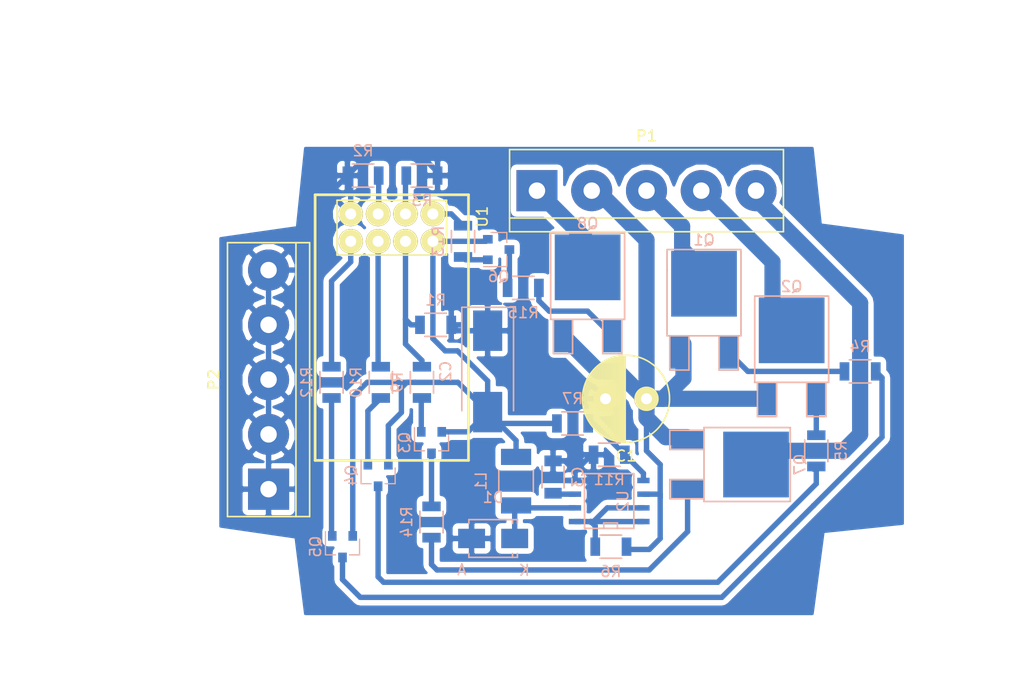
<source format=kicad_pcb>
(kicad_pcb (version 4) (host pcbnew 4.0.4-stable)

  (general
    (links 59)
    (no_connects 0)
    (area 0.658858 7.968 97.385144 73.058001)
    (thickness 1.6)
    (drawings 43)
    (tracks 179)
    (zones 0)
    (modules 31)
    (nets 30)
  )

  (page A4)
  (layers
    (0 F.Cu signal)
    (31 B.Cu signal)
    (32 B.Adhes user)
    (33 F.Adhes user)
    (34 B.Paste user)
    (35 F.Paste user)
    (36 B.SilkS user)
    (37 F.SilkS user)
    (38 B.Mask user)
    (39 F.Mask user)
    (40 Dwgs.User user)
    (41 Cmts.User user)
    (42 Eco1.User user)
    (43 Eco2.User user)
    (44 Edge.Cuts user)
    (45 Margin user)
    (46 B.CrtYd user)
    (47 F.CrtYd user)
    (48 B.Fab user)
    (49 F.Fab user)
  )

  (setup
    (last_trace_width 0.5)
    (trace_clearance 0.2)
    (zone_clearance 0.508)
    (zone_45_only yes)
    (trace_min 0.2)
    (segment_width 0.2)
    (edge_width 0.15)
    (via_size 0.6)
    (via_drill 0.4)
    (via_min_size 0.4)
    (via_min_drill 0.3)
    (uvia_size 0.3)
    (uvia_drill 0.1)
    (uvias_allowed no)
    (uvia_min_size 0.2)
    (uvia_min_drill 0.1)
    (pcb_text_width 0.3)
    (pcb_text_size 1.5 1.5)
    (mod_edge_width 0.15)
    (mod_text_size 1 1)
    (mod_text_width 0.15)
    (pad_size 2.272 2.272)
    (pad_drill 1.016)
    (pad_to_mask_clearance 0.2)
    (aux_axis_origin 0 0)
    (visible_elements FFFFFF7F)
    (pcbplotparams
      (layerselection 0x00000_80000000)
      (usegerberextensions false)
      (excludeedgelayer false)
      (linewidth 0.100000)
      (plotframeref false)
      (viasonmask false)
      (mode 1)
      (useauxorigin false)
      (hpglpennumber 1)
      (hpglpenspeed 20)
      (hpglpendiameter 15)
      (hpglpenoverlay 2)
      (psnegative false)
      (psa4output false)
      (plotreference false)
      (plotvalue false)
      (plotinvisibletext false)
      (padsonsilk false)
      (subtractmaskfromsilk false)
      (outputformat 5)
      (mirror false)
      (drillshape 0)
      (scaleselection 1)
      (outputdirectory ""))
  )

  (net 0 "")
  (net 1 "Net-(C1-Pad1)")
  (net 2 GND)
  (net 3 "Net-(C2-Pad2)")
  (net 4 "Net-(C3-Pad1)")
  (net 5 "Net-(D1-Pad1)")
  (net 6 "Net-(Q3-Pad1)")
  (net 7 "Net-(Q3-Pad3)")
  (net 8 "Net-(Q4-Pad1)")
  (net 9 "Net-(Q4-Pad3)")
  (net 10 "Net-(R2-Pad1)")
  (net 11 "Net-(R3-Pad1)")
  (net 12 "Net-(R6-Pad1)")
  (net 13 "Net-(R11-Pad2)")
  (net 14 "Net-(R10-Pad1)")
  (net 15 "Net-(P1-Pad4)")
  (net 16 "Net-(Q1-Pad1)")
  (net 17 "Net-(Q2-Pad1)")
  (net 18 "Net-(P1-Pad3)")
  (net 19 "Net-(P1-Pad1)")
  (net 20 "Net-(P1-Pad5)")
  (net 21 "Net-(Q5-Pad1)")
  (net 22 "Net-(Q5-Pad3)")
  (net 23 "Net-(Q6-Pad1)")
  (net 24 "Net-(Q6-Pad3)")
  (net 25 "Net-(Q7-Pad1)")
  (net 26 "Net-(Q8-Pad1)")
  (net 27 "Net-(R12-Pad1)")
  (net 28 "Net-(R13-Pad1)")
  (net 29 "Net-(R1-Pad2)")

  (net_class Default "Это класс цепей по умолчанию."
    (clearance 0.2)
    (trace_width 0.5)
    (via_dia 0.6)
    (via_drill 0.4)
    (uvia_dia 0.3)
    (uvia_drill 0.1)
    (add_net GND)
    (add_net "Net-(C2-Pad2)")
    (add_net "Net-(C3-Pad1)")
    (add_net "Net-(D1-Pad1)")
    (add_net "Net-(Q1-Pad1)")
    (add_net "Net-(Q2-Pad1)")
    (add_net "Net-(Q3-Pad1)")
    (add_net "Net-(Q3-Pad3)")
    (add_net "Net-(Q4-Pad1)")
    (add_net "Net-(Q4-Pad3)")
    (add_net "Net-(Q5-Pad1)")
    (add_net "Net-(Q5-Pad3)")
    (add_net "Net-(Q6-Pad1)")
    (add_net "Net-(Q6-Pad3)")
    (add_net "Net-(Q7-Pad1)")
    (add_net "Net-(Q8-Pad1)")
    (add_net "Net-(R1-Pad2)")
    (add_net "Net-(R10-Pad1)")
    (add_net "Net-(R11-Pad2)")
    (add_net "Net-(R12-Pad1)")
    (add_net "Net-(R13-Pad1)")
    (add_net "Net-(R2-Pad1)")
    (add_net "Net-(R3-Pad1)")
    (add_net "Net-(R6-Pad1)")
  )

  (net_class pwr ""
    (clearance 0.2)
    (trace_width 1.5)
    (via_dia 0.6)
    (via_drill 0.4)
    (uvia_dia 0.3)
    (uvia_drill 0.1)
    (add_net "Net-(C1-Pad1)")
    (add_net "Net-(P1-Pad1)")
    (add_net "Net-(P1-Pad3)")
    (add_net "Net-(P1-Pad4)")
    (add_net "Net-(P1-Pad5)")
  )

  (module Resistors_SMD:R_1206 (layer B.Cu) (tedit 58307BE8) (tstamp 584C032B)
    (at 75.438 49.276 90)
    (descr "Resistor SMD 1206, reflow soldering, Vishay (see dcrcw.pdf)")
    (tags "resistor 1206")
    (path /584C10F8)
    (attr smd)
    (fp_text reference R5 (at 0 2.3 90) (layer B.SilkS)
      (effects (font (size 1 1) (thickness 0.15)) (justify mirror))
    )
    (fp_text value R (at 0 -2.3 90) (layer B.Fab)
      (effects (font (size 1 1) (thickness 0.15)) (justify mirror))
    )
    (fp_line (start -1.6 -0.8) (end -1.6 0.8) (layer B.Fab) (width 0.1))
    (fp_line (start 1.6 -0.8) (end -1.6 -0.8) (layer B.Fab) (width 0.1))
    (fp_line (start 1.6 0.8) (end 1.6 -0.8) (layer B.Fab) (width 0.1))
    (fp_line (start -1.6 0.8) (end 1.6 0.8) (layer B.Fab) (width 0.1))
    (fp_line (start -2.2 1.2) (end 2.2 1.2) (layer B.CrtYd) (width 0.05))
    (fp_line (start -2.2 -1.2) (end 2.2 -1.2) (layer B.CrtYd) (width 0.05))
    (fp_line (start -2.2 1.2) (end -2.2 -1.2) (layer B.CrtYd) (width 0.05))
    (fp_line (start 2.2 1.2) (end 2.2 -1.2) (layer B.CrtYd) (width 0.05))
    (fp_line (start 1 -1.075) (end -1 -1.075) (layer B.SilkS) (width 0.15))
    (fp_line (start -1 1.075) (end 1 1.075) (layer B.SilkS) (width 0.15))
    (pad 1 smd rect (at -1.45 0 90) (size 0.9 1.7) (layers B.Cu B.Paste B.Mask)
      (net 9 "Net-(Q4-Pad3)"))
    (pad 2 smd rect (at 1.45 0 90) (size 0.9 1.7) (layers B.Cu B.Paste B.Mask)
      (net 17 "Net-(Q2-Pad1)"))
    (model Resistors_SMD.3dshapes/R_1206.wrl
      (at (xyz 0 0 0))
      (scale (xyz 1 1 1))
      (rotate (xyz 0 0 0))
    )
  )

  (module ESP8266:ESP-01 (layer F.Cu) (tedit 584D0A14) (tstamp 584C035B)
    (at 39.878 27.305 270)
    (descr "Module, ESP-8266, ESP-01, 8 pin")
    (tags "Module ESP-8266 ESP8266")
    (path /584BFBA2)
    (fp_text reference U1 (at 0.254 -4.572 270) (layer F.SilkS)
      (effects (font (size 1 1) (thickness 0.15)))
    )
    (fp_text value ESP-01v090 (at 15.3924 5.207 270) (layer F.Fab)
      (effects (font (size 1 1) (thickness 0.15)))
    )
    (fp_line (start -1.778 -3.302) (end 22.86 -3.302) (layer F.SilkS) (width 0.254))
    (fp_line (start 22.86 -3.302) (end 22.86 10.922) (layer F.SilkS) (width 0.254))
    (fp_line (start 22.86 10.922) (end -1.778 10.922) (layer F.SilkS) (width 0.254))
    (fp_line (start -1.778 10.922) (end -1.778 -3.302) (layer F.SilkS) (width 0.254))
    (fp_line (start -1.778 -3.302) (end 22.86 -3.302) (layer F.Fab) (width 0.05))
    (fp_line (start 22.86 -3.302) (end 22.86 10.922) (layer F.Fab) (width 0.05))
    (fp_line (start 22.86 10.922) (end -1.778 10.922) (layer F.Fab) (width 0.05))
    (fp_line (start -1.778 10.922) (end -1.778 -3.302) (layer F.Fab) (width 0.05))
    (fp_line (start 1.27 -1.27) (end -1.27 -1.27) (layer F.SilkS) (width 0.1524))
    (fp_line (start -1.27 -1.27) (end -1.27 1.27) (layer F.SilkS) (width 0.1524))
    (fp_line (start -1.75 -1.75) (end -1.75 9.4) (layer F.CrtYd) (width 0.05))
    (fp_line (start 4.3 -1.75) (end 4.3 9.4) (layer F.CrtYd) (width 0.05))
    (fp_line (start -1.75 -1.75) (end 4.3 -1.75) (layer F.CrtYd) (width 0.05))
    (fp_line (start -1.75 9.4) (end 4.3 9.4) (layer F.CrtYd) (width 0.05))
    (fp_line (start -1.27 1.27) (end -1.27 8.89) (layer F.SilkS) (width 0.1524))
    (fp_line (start -1.27 8.89) (end 3.81 8.89) (layer F.SilkS) (width 0.1524))
    (fp_line (start 3.81 8.89) (end 3.81 -1.27) (layer F.SilkS) (width 0.1524))
    (fp_line (start 3.81 -1.27) (end 1.27 -1.27) (layer F.SilkS) (width 0.1524))
    (pad 1 thru_hole circle (at 0 0 270) (size 2.272 2.272) (drill 1.016) (layers *.Cu *.Mask F.SilkS)
      (net 28 "Net-(R13-Pad1)"))
    (pad 2 thru_hole circle (at 2.54 0 270) (size 2.272 2.272) (drill 1.016) (layers *.Cu *.Mask F.SilkS)
      (net 3 "Net-(C2-Pad2)"))
    (pad 3 thru_hole circle (at 0 2.54 270) (size 2.272 2.272) (drill 1.016) (layers *.Cu *.Mask F.SilkS)
      (net 11 "Net-(R3-Pad1)"))
    (pad 4 thru_hole circle (at 2.54 2.54 270) (size 2.272 2.272) (drill 1.016) (layers *.Cu *.Mask F.SilkS)
      (net 29 "Net-(R1-Pad2)"))
    (pad 5 thru_hole circle (at 0 5.08 270) (size 2.272 2.272) (drill 1.016) (layers *.Cu *.Mask F.SilkS)
      (net 10 "Net-(R2-Pad1)"))
    (pad 6 thru_hole circle (at 2.54 5.08 270) (size 2.272 2.272) (drill 1.016) (layers *.Cu *.Mask F.SilkS)
      (net 14 "Net-(R10-Pad1)"))
    (pad 7 thru_hole circle (at 0 7.62 270) (size 2.272 2.272) (drill 1.016) (layers *.Cu *.Mask F.SilkS)
      (net 2 GND))
    (pad 8 thru_hole circle (at 2.54 7.62 270) (size 2.272 2.272) (drill 1.016) (layers *.Cu *.Mask F.SilkS)
      (net 27 "Net-(R12-Pad1)"))
  )

  (module TO_SOT_Packages_SMD:SOT-23 (layer B.Cu) (tedit 583F39EB) (tstamp 584C0306)
    (at 39.751 48.514 270)
    (descr "SOT-23, Standard")
    (tags SOT-23)
    (path /584C1472)
    (attr smd)
    (fp_text reference Q3 (at 0 2.5 270) (layer B.SilkS)
      (effects (font (size 1 1) (thickness 0.15)) (justify mirror))
    )
    (fp_text value BC849 (at 0 -2.5 270) (layer B.Fab)
      (effects (font (size 1 1) (thickness 0.15)) (justify mirror))
    )
    (fp_line (start 0.76 -1.58) (end 0.76 -0.65) (layer B.SilkS) (width 0.12))
    (fp_line (start 0.76 1.58) (end 0.76 0.65) (layer B.SilkS) (width 0.12))
    (fp_line (start 0.7 1.52) (end 0.7 -1.52) (layer B.Fab) (width 0.15))
    (fp_line (start -0.7 -1.52) (end 0.7 -1.52) (layer B.Fab) (width 0.15))
    (fp_line (start -1.7 1.75) (end 1.7 1.75) (layer B.CrtYd) (width 0.05))
    (fp_line (start 1.7 1.75) (end 1.7 -1.75) (layer B.CrtYd) (width 0.05))
    (fp_line (start 1.7 -1.75) (end -1.7 -1.75) (layer B.CrtYd) (width 0.05))
    (fp_line (start -1.7 -1.75) (end -1.7 1.75) (layer B.CrtYd) (width 0.05))
    (fp_line (start 0.76 1.58) (end -1.4 1.58) (layer B.SilkS) (width 0.12))
    (fp_line (start -0.7 1.52) (end 0.7 1.52) (layer B.Fab) (width 0.15))
    (fp_line (start -0.7 1.52) (end -0.7 -1.52) (layer B.Fab) (width 0.15))
    (fp_line (start 0.76 -1.58) (end -0.7 -1.58) (layer B.SilkS) (width 0.12))
    (pad 1 smd rect (at -1 0.95 270) (size 0.9 0.8) (layers B.Cu B.Paste B.Mask)
      (net 6 "Net-(Q3-Pad1)"))
    (pad 2 smd rect (at -1 -0.95 270) (size 0.9 0.8) (layers B.Cu B.Paste B.Mask)
      (net 3 "Net-(C2-Pad2)"))
    (pad 3 smd rect (at 1 0 270) (size 0.9 0.8) (layers B.Cu B.Paste B.Mask)
      (net 7 "Net-(Q3-Pad3)"))
    (model TO_SOT_Packages_SMD.3dshapes/SOT-23.wrl
      (at (xyz 0 0 0))
      (scale (xyz 1 1 1))
      (rotate (xyz 0 0 90))
    )
  )

  (module Resistors_SMD:R_1206 (layer B.Cu) (tedit 58307BE8) (tstamp 584C0343)
    (at 38.862 42.926 270)
    (descr "Resistor SMD 1206, reflow soldering, Vishay (see dcrcw.pdf)")
    (tags "resistor 1206")
    (path /584C1F96)
    (attr smd)
    (fp_text reference R9 (at 0 2.3 270) (layer B.SilkS)
      (effects (font (size 1 1) (thickness 0.15)) (justify mirror))
    )
    (fp_text value R (at 0 -2.3 270) (layer B.Fab)
      (effects (font (size 1 1) (thickness 0.15)) (justify mirror))
    )
    (fp_line (start -1.6 -0.8) (end -1.6 0.8) (layer B.Fab) (width 0.1))
    (fp_line (start 1.6 -0.8) (end -1.6 -0.8) (layer B.Fab) (width 0.1))
    (fp_line (start 1.6 0.8) (end 1.6 -0.8) (layer B.Fab) (width 0.1))
    (fp_line (start -1.6 0.8) (end 1.6 0.8) (layer B.Fab) (width 0.1))
    (fp_line (start -2.2 1.2) (end 2.2 1.2) (layer B.CrtYd) (width 0.05))
    (fp_line (start -2.2 -1.2) (end 2.2 -1.2) (layer B.CrtYd) (width 0.05))
    (fp_line (start -2.2 1.2) (end -2.2 -1.2) (layer B.CrtYd) (width 0.05))
    (fp_line (start 2.2 1.2) (end 2.2 -1.2) (layer B.CrtYd) (width 0.05))
    (fp_line (start 1 -1.075) (end -1 -1.075) (layer B.SilkS) (width 0.15))
    (fp_line (start -1 1.075) (end 1 1.075) (layer B.SilkS) (width 0.15))
    (pad 1 smd rect (at -1.45 0 270) (size 0.9 1.7) (layers B.Cu B.Paste B.Mask)
      (net 29 "Net-(R1-Pad2)"))
    (pad 2 smd rect (at 1.45 0 270) (size 0.9 1.7) (layers B.Cu B.Paste B.Mask)
      (net 6 "Net-(Q3-Pad1)"))
    (model Resistors_SMD.3dshapes/R_1206.wrl
      (at (xyz 0 0 0))
      (scale (xyz 1 1 1))
      (rotate (xyz 0 0 0))
    )
  )

  (module Resistors_SMD:R_1206 (layer B.Cu) (tedit 58307BE8) (tstamp 584C0349)
    (at 35.052 42.926 270)
    (descr "Resistor SMD 1206, reflow soldering, Vishay (see dcrcw.pdf)")
    (tags "resistor 1206")
    (path /584C2009)
    (attr smd)
    (fp_text reference R10 (at 0 2.3 270) (layer B.SilkS)
      (effects (font (size 1 1) (thickness 0.15)) (justify mirror))
    )
    (fp_text value R (at 0 -2.3 270) (layer B.Fab)
      (effects (font (size 1 1) (thickness 0.15)) (justify mirror))
    )
    (fp_line (start -1.6 -0.8) (end -1.6 0.8) (layer B.Fab) (width 0.1))
    (fp_line (start 1.6 -0.8) (end -1.6 -0.8) (layer B.Fab) (width 0.1))
    (fp_line (start 1.6 0.8) (end 1.6 -0.8) (layer B.Fab) (width 0.1))
    (fp_line (start -1.6 0.8) (end 1.6 0.8) (layer B.Fab) (width 0.1))
    (fp_line (start -2.2 1.2) (end 2.2 1.2) (layer B.CrtYd) (width 0.05))
    (fp_line (start -2.2 -1.2) (end 2.2 -1.2) (layer B.CrtYd) (width 0.05))
    (fp_line (start -2.2 1.2) (end -2.2 -1.2) (layer B.CrtYd) (width 0.05))
    (fp_line (start 2.2 1.2) (end 2.2 -1.2) (layer B.CrtYd) (width 0.05))
    (fp_line (start 1 -1.075) (end -1 -1.075) (layer B.SilkS) (width 0.15))
    (fp_line (start -1 1.075) (end 1 1.075) (layer B.SilkS) (width 0.15))
    (pad 1 smd rect (at -1.45 0 270) (size 0.9 1.7) (layers B.Cu B.Paste B.Mask)
      (net 14 "Net-(R10-Pad1)"))
    (pad 2 smd rect (at 1.45 0 270) (size 0.9 1.7) (layers B.Cu B.Paste B.Mask)
      (net 8 "Net-(Q4-Pad1)"))
    (model Resistors_SMD.3dshapes/R_1206.wrl
      (at (xyz 0 0 0))
      (scale (xyz 1 1 1))
      (rotate (xyz 0 0 0))
    )
  )

  (module TO_SOT_Packages_SMD:SOT-23 (layer B.Cu) (tedit 583F39EB) (tstamp 584C030D)
    (at 34.798 51.562 270)
    (descr "SOT-23, Standard")
    (tags SOT-23)
    (path /584C1255)
    (attr smd)
    (fp_text reference Q4 (at 0 2.5 270) (layer B.SilkS)
      (effects (font (size 1 1) (thickness 0.15)) (justify mirror))
    )
    (fp_text value BC849 (at 0 -2.5 270) (layer B.Fab)
      (effects (font (size 1 1) (thickness 0.15)) (justify mirror))
    )
    (fp_line (start 0.76 -1.58) (end 0.76 -0.65) (layer B.SilkS) (width 0.12))
    (fp_line (start 0.76 1.58) (end 0.76 0.65) (layer B.SilkS) (width 0.12))
    (fp_line (start 0.7 1.52) (end 0.7 -1.52) (layer B.Fab) (width 0.15))
    (fp_line (start -0.7 -1.52) (end 0.7 -1.52) (layer B.Fab) (width 0.15))
    (fp_line (start -1.7 1.75) (end 1.7 1.75) (layer B.CrtYd) (width 0.05))
    (fp_line (start 1.7 1.75) (end 1.7 -1.75) (layer B.CrtYd) (width 0.05))
    (fp_line (start 1.7 -1.75) (end -1.7 -1.75) (layer B.CrtYd) (width 0.05))
    (fp_line (start -1.7 -1.75) (end -1.7 1.75) (layer B.CrtYd) (width 0.05))
    (fp_line (start 0.76 1.58) (end -1.4 1.58) (layer B.SilkS) (width 0.12))
    (fp_line (start -0.7 1.52) (end 0.7 1.52) (layer B.Fab) (width 0.15))
    (fp_line (start -0.7 1.52) (end -0.7 -1.52) (layer B.Fab) (width 0.15))
    (fp_line (start 0.76 -1.58) (end -0.7 -1.58) (layer B.SilkS) (width 0.12))
    (pad 1 smd rect (at -1 0.95 270) (size 0.9 0.8) (layers B.Cu B.Paste B.Mask)
      (net 8 "Net-(Q4-Pad1)"))
    (pad 2 smd rect (at -1 -0.95 270) (size 0.9 0.8) (layers B.Cu B.Paste B.Mask)
      (net 3 "Net-(C2-Pad2)"))
    (pad 3 smd rect (at 1 0 270) (size 0.9 0.8) (layers B.Cu B.Paste B.Mask)
      (net 9 "Net-(Q4-Pad3)"))
    (model TO_SOT_Packages_SMD.3dshapes/SOT-23.wrl
      (at (xyz 0 0 0))
      (scale (xyz 1 1 1))
      (rotate (xyz 0 0 90))
    )
  )

  (module Capacitors_ThroughHole:C_Radial_D8_L13_P3.8 (layer F.Cu) (tedit 584D0A52) (tstamp 584C02C5)
    (at 59.69 44.45 180)
    (descr "Radial Electrolytic Capacitor Diameter 8mm x Length 13mm, Pitch 3.8mm")
    (tags "Electrolytic Capacitor")
    (path /584BF058)
    (fp_text reference C1 (at 1.9 -5.3 180) (layer F.SilkS)
      (effects (font (size 1 1) (thickness 0.15)))
    )
    (fp_text value CP (at 1.9 5.3 180) (layer F.Fab)
      (effects (font (size 1 1) (thickness 0.15)))
    )
    (fp_line (start 1.975 -3.999) (end 1.975 3.999) (layer F.SilkS) (width 0.15))
    (fp_line (start 2.115 -3.994) (end 2.115 3.994) (layer F.SilkS) (width 0.15))
    (fp_line (start 2.255 -3.984) (end 2.255 3.984) (layer F.SilkS) (width 0.15))
    (fp_line (start 2.395 -3.969) (end 2.395 3.969) (layer F.SilkS) (width 0.15))
    (fp_line (start 2.535 -3.949) (end 2.535 3.949) (layer F.SilkS) (width 0.15))
    (fp_line (start 2.675 -3.924) (end 2.675 3.924) (layer F.SilkS) (width 0.15))
    (fp_line (start 2.815 -3.894) (end 2.815 -0.173) (layer F.SilkS) (width 0.15))
    (fp_line (start 2.815 0.173) (end 2.815 3.894) (layer F.SilkS) (width 0.15))
    (fp_line (start 2.955 -3.858) (end 2.955 -0.535) (layer F.SilkS) (width 0.15))
    (fp_line (start 2.955 0.535) (end 2.955 3.858) (layer F.SilkS) (width 0.15))
    (fp_line (start 3.095 -3.817) (end 3.095 -0.709) (layer F.SilkS) (width 0.15))
    (fp_line (start 3.095 0.709) (end 3.095 3.817) (layer F.SilkS) (width 0.15))
    (fp_line (start 3.235 -3.771) (end 3.235 -0.825) (layer F.SilkS) (width 0.15))
    (fp_line (start 3.235 0.825) (end 3.235 3.771) (layer F.SilkS) (width 0.15))
    (fp_line (start 3.375 -3.718) (end 3.375 -0.905) (layer F.SilkS) (width 0.15))
    (fp_line (start 3.375 0.905) (end 3.375 3.718) (layer F.SilkS) (width 0.15))
    (fp_line (start 3.515 -3.659) (end 3.515 -0.959) (layer F.SilkS) (width 0.15))
    (fp_line (start 3.515 0.959) (end 3.515 3.659) (layer F.SilkS) (width 0.15))
    (fp_line (start 3.655 -3.594) (end 3.655 -0.989) (layer F.SilkS) (width 0.15))
    (fp_line (start 3.655 0.989) (end 3.655 3.594) (layer F.SilkS) (width 0.15))
    (fp_line (start 3.795 -3.523) (end 3.795 -1) (layer F.SilkS) (width 0.15))
    (fp_line (start 3.795 1) (end 3.795 3.523) (layer F.SilkS) (width 0.15))
    (fp_line (start 3.935 -3.444) (end 3.935 -0.991) (layer F.SilkS) (width 0.15))
    (fp_line (start 3.935 0.991) (end 3.935 3.444) (layer F.SilkS) (width 0.15))
    (fp_line (start 4.075 -3.357) (end 4.075 -0.961) (layer F.SilkS) (width 0.15))
    (fp_line (start 4.075 0.961) (end 4.075 3.357) (layer F.SilkS) (width 0.15))
    (fp_line (start 4.215 -3.262) (end 4.215 -0.91) (layer F.SilkS) (width 0.15))
    (fp_line (start 4.215 0.91) (end 4.215 3.262) (layer F.SilkS) (width 0.15))
    (fp_line (start 4.355 -3.158) (end 4.355 -0.832) (layer F.SilkS) (width 0.15))
    (fp_line (start 4.355 0.832) (end 4.355 3.158) (layer F.SilkS) (width 0.15))
    (fp_line (start 4.495 -3.044) (end 4.495 -0.719) (layer F.SilkS) (width 0.15))
    (fp_line (start 4.495 0.719) (end 4.495 3.044) (layer F.SilkS) (width 0.15))
    (fp_line (start 4.635 -2.919) (end 4.635 -0.55) (layer F.SilkS) (width 0.15))
    (fp_line (start 4.635 0.55) (end 4.635 2.919) (layer F.SilkS) (width 0.15))
    (fp_line (start 4.775 -2.781) (end 4.775 -0.222) (layer F.SilkS) (width 0.15))
    (fp_line (start 4.775 0.222) (end 4.775 2.781) (layer F.SilkS) (width 0.15))
    (fp_line (start 4.915 -2.629) (end 4.915 2.629) (layer F.SilkS) (width 0.15))
    (fp_line (start 5.055 -2.459) (end 5.055 2.459) (layer F.SilkS) (width 0.15))
    (fp_line (start 5.195 -2.268) (end 5.195 2.268) (layer F.SilkS) (width 0.15))
    (fp_line (start 5.335 -2.05) (end 5.335 2.05) (layer F.SilkS) (width 0.15))
    (fp_line (start 5.475 -1.794) (end 5.475 1.794) (layer F.SilkS) (width 0.15))
    (fp_line (start 5.615 -1.483) (end 5.615 1.483) (layer F.SilkS) (width 0.15))
    (fp_line (start 5.755 -1.067) (end 5.755 1.067) (layer F.SilkS) (width 0.15))
    (fp_line (start 5.895 -0.2) (end 5.895 0.2) (layer F.SilkS) (width 0.15))
    (fp_circle (center 3.8 0) (end 3.8 -1) (layer F.SilkS) (width 0.15))
    (fp_circle (center 1.9 0) (end 1.9 -4.0375) (layer F.SilkS) (width 0.15))
    (fp_circle (center 1.9 0) (end 1.9 -4.3) (layer F.CrtYd) (width 0.05))
    (pad 1 thru_hole circle (at 0 0 180) (size 2.272 2.272) (drill 1.016) (layers *.Cu *.Mask F.SilkS)
      (net 1 "Net-(C1-Pad1)"))
    (pad 2 thru_hole circle (at 3.8 0 180) (size 2.272 2.272) (drill 1.016) (layers *.Cu *.Mask F.SilkS)
      (net 2 GND))
    (model Capacitors_ThroughHole.3dshapes/C_Radial_D8_L13_P3.8.wrl
      (at (xyz 0.0748031 0 0))
      (scale (xyz 1 1 1))
      (rotate (xyz 0 0 90))
    )
  )

  (module Resistors_SMD:R_1206 (layer B.Cu) (tedit 58307BE8) (tstamp 584C0331)
    (at 56.388 58.166)
    (descr "Resistor SMD 1206, reflow soldering, Vishay (see dcrcw.pdf)")
    (tags "resistor 1206")
    (path /584BEDDC)
    (attr smd)
    (fp_text reference R6 (at 0 2.3) (layer B.SilkS)
      (effects (font (size 1 1) (thickness 0.15)) (justify mirror))
    )
    (fp_text value R (at 0 -2.3) (layer B.Fab)
      (effects (font (size 1 1) (thickness 0.15)) (justify mirror))
    )
    (fp_line (start -1.6 -0.8) (end -1.6 0.8) (layer B.Fab) (width 0.1))
    (fp_line (start 1.6 -0.8) (end -1.6 -0.8) (layer B.Fab) (width 0.1))
    (fp_line (start 1.6 0.8) (end 1.6 -0.8) (layer B.Fab) (width 0.1))
    (fp_line (start -1.6 0.8) (end 1.6 0.8) (layer B.Fab) (width 0.1))
    (fp_line (start -2.2 1.2) (end 2.2 1.2) (layer B.CrtYd) (width 0.05))
    (fp_line (start -2.2 -1.2) (end 2.2 -1.2) (layer B.CrtYd) (width 0.05))
    (fp_line (start -2.2 1.2) (end -2.2 -1.2) (layer B.CrtYd) (width 0.05))
    (fp_line (start 2.2 1.2) (end 2.2 -1.2) (layer B.CrtYd) (width 0.05))
    (fp_line (start 1 -1.075) (end -1 -1.075) (layer B.SilkS) (width 0.15))
    (fp_line (start -1 1.075) (end 1 1.075) (layer B.SilkS) (width 0.15))
    (pad 1 smd rect (at -1.45 0) (size 0.9 1.7) (layers B.Cu B.Paste B.Mask)
      (net 12 "Net-(R6-Pad1)"))
    (pad 2 smd rect (at 1.45 0) (size 0.9 1.7) (layers B.Cu B.Paste B.Mask)
      (net 1 "Net-(C1-Pad1)"))
    (model Resistors_SMD.3dshapes/R_1206.wrl
      (at (xyz 0 0 0))
      (scale (xyz 1 1 1))
      (rotate (xyz 0 0 0))
    )
  )

  (module Resistors_SMD:R_1206 (layer B.Cu) (tedit 58307BE8) (tstamp 584C0325)
    (at 79.502 41.91 180)
    (descr "Resistor SMD 1206, reflow soldering, Vishay (see dcrcw.pdf)")
    (tags "resistor 1206")
    (path /584C1153)
    (attr smd)
    (fp_text reference R4 (at 0 2.3 180) (layer B.SilkS)
      (effects (font (size 1 1) (thickness 0.15)) (justify mirror))
    )
    (fp_text value R (at 0 -2.3 180) (layer B.Fab)
      (effects (font (size 1 1) (thickness 0.15)) (justify mirror))
    )
    (fp_line (start -1.6 -0.8) (end -1.6 0.8) (layer B.Fab) (width 0.1))
    (fp_line (start 1.6 -0.8) (end -1.6 -0.8) (layer B.Fab) (width 0.1))
    (fp_line (start 1.6 0.8) (end 1.6 -0.8) (layer B.Fab) (width 0.1))
    (fp_line (start -1.6 0.8) (end 1.6 0.8) (layer B.Fab) (width 0.1))
    (fp_line (start -2.2 1.2) (end 2.2 1.2) (layer B.CrtYd) (width 0.05))
    (fp_line (start -2.2 -1.2) (end 2.2 -1.2) (layer B.CrtYd) (width 0.05))
    (fp_line (start -2.2 1.2) (end -2.2 -1.2) (layer B.CrtYd) (width 0.05))
    (fp_line (start 2.2 1.2) (end 2.2 -1.2) (layer B.CrtYd) (width 0.05))
    (fp_line (start 1 -1.075) (end -1 -1.075) (layer B.SilkS) (width 0.15))
    (fp_line (start -1 1.075) (end 1 1.075) (layer B.SilkS) (width 0.15))
    (pad 1 smd rect (at -1.45 0 180) (size 0.9 1.7) (layers B.Cu B.Paste B.Mask)
      (net 22 "Net-(Q5-Pad3)"))
    (pad 2 smd rect (at 1.45 0 180) (size 0.9 1.7) (layers B.Cu B.Paste B.Mask)
      (net 16 "Net-(Q1-Pad1)"))
    (model Resistors_SMD.3dshapes/R_1206.wrl
      (at (xyz 0 0 0))
      (scale (xyz 1 1 1))
      (rotate (xyz 0 0 0))
    )
  )

  (module Resistors_SMD:R_1206 (layer B.Cu) (tedit 58307BE8) (tstamp 584C034F)
    (at 56.22925 49.63795)
    (descr "Resistor SMD 1206, reflow soldering, Vishay (see dcrcw.pdf)")
    (tags "resistor 1206")
    (path /584BFA5D)
    (attr smd)
    (fp_text reference R11 (at 0 2.3) (layer B.SilkS)
      (effects (font (size 1 1) (thickness 0.15)) (justify mirror))
    )
    (fp_text value R (at 0 -2.3) (layer B.Fab)
      (effects (font (size 1 1) (thickness 0.15)) (justify mirror))
    )
    (fp_line (start -1.6 -0.8) (end -1.6 0.8) (layer B.Fab) (width 0.1))
    (fp_line (start 1.6 -0.8) (end -1.6 -0.8) (layer B.Fab) (width 0.1))
    (fp_line (start 1.6 0.8) (end 1.6 -0.8) (layer B.Fab) (width 0.1))
    (fp_line (start -1.6 0.8) (end 1.6 0.8) (layer B.Fab) (width 0.1))
    (fp_line (start -2.2 1.2) (end 2.2 1.2) (layer B.CrtYd) (width 0.05))
    (fp_line (start -2.2 -1.2) (end 2.2 -1.2) (layer B.CrtYd) (width 0.05))
    (fp_line (start -2.2 1.2) (end -2.2 -1.2) (layer B.CrtYd) (width 0.05))
    (fp_line (start 2.2 1.2) (end 2.2 -1.2) (layer B.CrtYd) (width 0.05))
    (fp_line (start 1 -1.075) (end -1 -1.075) (layer B.SilkS) (width 0.15))
    (fp_line (start -1 1.075) (end 1 1.075) (layer B.SilkS) (width 0.15))
    (pad 1 smd rect (at -1.45 0) (size 0.9 1.7) (layers B.Cu B.Paste B.Mask)
      (net 2 GND))
    (pad 2 smd rect (at 1.45 0) (size 0.9 1.7) (layers B.Cu B.Paste B.Mask)
      (net 13 "Net-(R11-Pad2)"))
    (model Resistors_SMD.3dshapes/R_1206.wrl
      (at (xyz 0 0 0))
      (scale (xyz 1 1 1))
      (rotate (xyz 0 0 0))
    )
  )

  (module Resistors_SMD:R_1206 (layer B.Cu) (tedit 58307BE8) (tstamp 584C0337)
    (at 52.832 46.736 180)
    (descr "Resistor SMD 1206, reflow soldering, Vishay (see dcrcw.pdf)")
    (tags "resistor 1206")
    (path /584BF980)
    (attr smd)
    (fp_text reference R7 (at 0 2.3 180) (layer B.SilkS)
      (effects (font (size 1 1) (thickness 0.15)) (justify mirror))
    )
    (fp_text value R (at 0 -2.3 180) (layer B.Fab)
      (effects (font (size 1 1) (thickness 0.15)) (justify mirror))
    )
    (fp_line (start -1.6 -0.8) (end -1.6 0.8) (layer B.Fab) (width 0.1))
    (fp_line (start 1.6 -0.8) (end -1.6 -0.8) (layer B.Fab) (width 0.1))
    (fp_line (start 1.6 0.8) (end 1.6 -0.8) (layer B.Fab) (width 0.1))
    (fp_line (start -1.6 0.8) (end 1.6 0.8) (layer B.Fab) (width 0.1))
    (fp_line (start -2.2 1.2) (end 2.2 1.2) (layer B.CrtYd) (width 0.05))
    (fp_line (start -2.2 -1.2) (end 2.2 -1.2) (layer B.CrtYd) (width 0.05))
    (fp_line (start -2.2 1.2) (end -2.2 -1.2) (layer B.CrtYd) (width 0.05))
    (fp_line (start 2.2 1.2) (end 2.2 -1.2) (layer B.CrtYd) (width 0.05))
    (fp_line (start 1 -1.075) (end -1 -1.075) (layer B.SilkS) (width 0.15))
    (fp_line (start -1 1.075) (end 1 1.075) (layer B.SilkS) (width 0.15))
    (pad 1 smd rect (at -1.45 0 180) (size 0.9 1.7) (layers B.Cu B.Paste B.Mask)
      (net 13 "Net-(R11-Pad2)"))
    (pad 2 smd rect (at 1.45 0 180) (size 0.9 1.7) (layers B.Cu B.Paste B.Mask)
      (net 3 "Net-(C2-Pad2)"))
    (model Resistors_SMD.3dshapes/R_1206.wrl
      (at (xyz 0 0 0))
      (scale (xyz 1 1 1))
      (rotate (xyz 0 0 0))
    )
  )

  (module Capacitors_Tantalum_SMD:Tantalum_Case-D_EIA-7343-31_Hand (layer B.Cu) (tedit 57B6E980) (tstamp 584C02CB)
    (at 44.958 41.91 270)
    (descr "Tantalum capacitor, Case D, EIA 7343-31, 7.3x4.3x2.8mm, Hand soldering footprint")
    (tags "capacitor tantalum smd")
    (path /584BF864)
    (attr smd)
    (fp_text reference C2 (at 0 3.9 270) (layer B.SilkS)
      (effects (font (size 1 1) (thickness 0.15)) (justify mirror))
    )
    (fp_text value CP (at 0 -3.9 270) (layer B.Fab)
      (effects (font (size 1 1) (thickness 0.15)) (justify mirror))
    )
    (fp_line (start -6.05 2.5) (end -6.05 -2.5) (layer B.CrtYd) (width 0.05))
    (fp_line (start -6.05 -2.5) (end 6.05 -2.5) (layer B.CrtYd) (width 0.05))
    (fp_line (start 6.05 -2.5) (end 6.05 2.5) (layer B.CrtYd) (width 0.05))
    (fp_line (start 6.05 2.5) (end -6.05 2.5) (layer B.CrtYd) (width 0.05))
    (fp_line (start -3.65 2.15) (end -3.65 -2.15) (layer B.Fab) (width 0.15))
    (fp_line (start -3.65 -2.15) (end 3.65 -2.15) (layer B.Fab) (width 0.15))
    (fp_line (start 3.65 -2.15) (end 3.65 2.15) (layer B.Fab) (width 0.15))
    (fp_line (start 3.65 2.15) (end -3.65 2.15) (layer B.Fab) (width 0.15))
    (fp_line (start -2.92 2.15) (end -2.92 -2.15) (layer B.Fab) (width 0.15))
    (fp_line (start -2.555 2.15) (end -2.555 -2.15) (layer B.Fab) (width 0.15))
    (fp_line (start -5.95 2.4) (end 3.65 2.4) (layer B.SilkS) (width 0.15))
    (fp_line (start -5.95 -2.4) (end 3.65 -2.4) (layer B.SilkS) (width 0.15))
    (fp_line (start -5.95 2.4) (end -5.95 -2.4) (layer B.SilkS) (width 0.15))
    (pad 1 smd rect (at -3.775 0 270) (size 3.75 2.7) (layers B.Cu B.Paste B.Mask)
      (net 2 GND))
    (pad 2 smd rect (at 3.775 0 270) (size 3.75 2.7) (layers B.Cu B.Paste B.Mask)
      (net 3 "Net-(C2-Pad2)"))
    (model Capacitors_Tantalum_SMD.3dshapes/Tantalum_Case-D_EIA-7343-31.wrl
      (at (xyz 0 0 0))
      (scale (xyz 1 1 1))
      (rotate (xyz 0 0 0))
    )
  )

  (module Capacitors_SMD:C_1206 (layer B.Cu) (tedit 5415D7BD) (tstamp 584C02D1)
    (at 51.02225 51.70805 90)
    (descr "Capacitor SMD 1206, reflow soldering, AVX (see smccp.pdf)")
    (tags "capacitor 1206")
    (path /584BEEDF)
    (attr smd)
    (fp_text reference C3 (at 0 2.3 90) (layer B.SilkS)
      (effects (font (size 1 1) (thickness 0.15)) (justify mirror))
    )
    (fp_text value C (at 0 -2.3 90) (layer B.Fab)
      (effects (font (size 1 1) (thickness 0.15)) (justify mirror))
    )
    (fp_line (start -1.6 -0.8) (end -1.6 0.8) (layer B.Fab) (width 0.15))
    (fp_line (start 1.6 -0.8) (end -1.6 -0.8) (layer B.Fab) (width 0.15))
    (fp_line (start 1.6 0.8) (end 1.6 -0.8) (layer B.Fab) (width 0.15))
    (fp_line (start -1.6 0.8) (end 1.6 0.8) (layer B.Fab) (width 0.15))
    (fp_line (start -2.3 1.15) (end 2.3 1.15) (layer B.CrtYd) (width 0.05))
    (fp_line (start -2.3 -1.15) (end 2.3 -1.15) (layer B.CrtYd) (width 0.05))
    (fp_line (start -2.3 1.15) (end -2.3 -1.15) (layer B.CrtYd) (width 0.05))
    (fp_line (start 2.3 1.15) (end 2.3 -1.15) (layer B.CrtYd) (width 0.05))
    (fp_line (start 1 1.025) (end -1 1.025) (layer B.SilkS) (width 0.15))
    (fp_line (start -1 -1.025) (end 1 -1.025) (layer B.SilkS) (width 0.15))
    (pad 1 smd rect (at -1.5 0 90) (size 1 1.6) (layers B.Cu B.Paste B.Mask)
      (net 4 "Net-(C3-Pad1)"))
    (pad 2 smd rect (at 1.5 0 90) (size 1 1.6) (layers B.Cu B.Paste B.Mask)
      (net 2 GND))
    (model Capacitors_SMD.3dshapes/C_1206.wrl
      (at (xyz 0 0 0))
      (scale (xyz 1 1 1))
      (rotate (xyz 0 0 0))
    )
  )

  (module Inductors_NEOSID:Neosid_Inductor_SM-NE45_SMD1812 (layer B.Cu) (tedit 0) (tstamp 584C02DD)
    (at 47.59325 52.08905 270)
    (descr "Neosid, SM-Ne45, (1812), SMD Chip Inductor, Festinduktivitaet,")
    (tags "Neosid, SM-Ne45, (1812), SMD Chip Inductor, Festinduktivitaet,")
    (path /584BF67A)
    (attr smd)
    (fp_text reference L1 (at 0 3.2512 270) (layer B.SilkS)
      (effects (font (size 1 1) (thickness 0.15)) (justify mirror))
    )
    (fp_text value INDUCTOR_SMALL (at 0 -3.74904 270) (layer B.Fab)
      (effects (font (size 1 1) (thickness 0.15)) (justify mirror))
    )
    (fp_line (start -1.00076 -1.6002) (end 1.00076 -1.6002) (layer B.SilkS) (width 0.15))
    (fp_line (start 0 1.6002) (end 1.00076 1.6002) (layer B.SilkS) (width 0.15))
    (fp_line (start 0 1.6002) (end -1.00076 1.6002) (layer B.SilkS) (width 0.15))
    (pad 1 smd rect (at -2.25044 0 270) (size 1.50114 2.79908) (layers B.Cu B.Paste B.Mask)
      (net 3 "Net-(C2-Pad2)"))
    (pad 2 smd rect (at 2.25044 0 270) (size 1.50114 2.79908) (layers B.Cu B.Paste B.Mask)
      (net 5 "Net-(D1-Pad1)"))
  )

  (module SMD_Packages:SOIC-8-N (layer B.Cu) (tedit 0) (tstamp 584C0367)
    (at 56.22925 53.93055 90)
    (descr "Module Narrow CMS SOJ 8 pins large")
    (tags "CMS SOJ")
    (path /584BED64)
    (attr smd)
    (fp_text reference U2 (at 0 1.27 90) (layer B.SilkS)
      (effects (font (size 1 1) (thickness 0.15)) (justify mirror))
    )
    (fp_text value LP2988AIMX-3.3/NOPB (at 0 -1.27 90) (layer B.Fab)
      (effects (font (size 1 1) (thickness 0.15)) (justify mirror))
    )
    (fp_line (start -2.54 2.286) (end 2.54 2.286) (layer B.SilkS) (width 0.15))
    (fp_line (start 2.54 2.286) (end 2.54 -2.286) (layer B.SilkS) (width 0.15))
    (fp_line (start 2.54 -2.286) (end -2.54 -2.286) (layer B.SilkS) (width 0.15))
    (fp_line (start -2.54 -2.286) (end -2.54 2.286) (layer B.SilkS) (width 0.15))
    (fp_line (start -2.54 0.762) (end -2.032 0.762) (layer B.SilkS) (width 0.15))
    (fp_line (start -2.032 0.762) (end -2.032 -0.508) (layer B.SilkS) (width 0.15))
    (fp_line (start -2.032 -0.508) (end -2.54 -0.508) (layer B.SilkS) (width 0.15))
    (pad 8 smd rect (at -1.905 3.175 90) (size 0.508 1.143) (layers B.Cu B.Paste B.Mask)
      (net 12 "Net-(R6-Pad1)"))
    (pad 7 smd rect (at -0.635 3.175 90) (size 0.508 1.143) (layers B.Cu B.Paste B.Mask)
      (net 12 "Net-(R6-Pad1)"))
    (pad 6 smd rect (at 0.635 3.175 90) (size 0.508 1.143) (layers B.Cu B.Paste B.Mask)
      (net 1 "Net-(C1-Pad1)"))
    (pad 5 smd rect (at 1.905 3.175 90) (size 0.508 1.143) (layers B.Cu B.Paste B.Mask)
      (net 13 "Net-(R11-Pad2)"))
    (pad 4 smd rect (at 1.905 -3.175 90) (size 0.508 1.143) (layers B.Cu B.Paste B.Mask)
      (net 2 GND))
    (pad 3 smd rect (at 0.635 -3.175 90) (size 0.508 1.143) (layers B.Cu B.Paste B.Mask)
      (net 4 "Net-(C3-Pad1)"))
    (pad 2 smd rect (at -0.635 -3.175 90) (size 0.508 1.143) (layers B.Cu B.Paste B.Mask)
      (net 5 "Net-(D1-Pad1)"))
    (pad 1 smd rect (at -1.905 -3.175 90) (size 0.508 1.143) (layers B.Cu B.Paste B.Mask)
      (net 12 "Net-(R6-Pad1)"))
    (model SMD_Packages.3dshapes/SOIC-8-N.wrl
      (at (xyz 0 0 0))
      (scale (xyz 0.5 0.38 0.5))
      (rotate (xyz 0 0 0))
    )
  )

  (module TO_SOT_Packages_SMD:TO-252-2Lead (layer B.Cu) (tedit 0) (tstamp 584D43DC)
    (at 65.024 40.132 180)
    (descr "DPAK / TO-252 2-lead smd package")
    (tags "dpak TO-252")
    (path /584D3CE2)
    (attr smd)
    (fp_text reference Q1 (at 0 10.414 180) (layer B.SilkS)
      (effects (font (size 1 1) (thickness 0.15)) (justify mirror))
    )
    (fp_text value Q_PMOS_GDS (at 0 2.413 180) (layer B.Fab)
      (effects (font (size 1 1) (thickness 0.15)) (justify mirror))
    )
    (fp_line (start 1.397 1.524) (end 1.397 -1.651) (layer B.SilkS) (width 0.15))
    (fp_line (start 1.397 -1.651) (end 3.175 -1.651) (layer B.SilkS) (width 0.15))
    (fp_line (start 3.175 -1.651) (end 3.175 1.524) (layer B.SilkS) (width 0.15))
    (fp_line (start -3.175 1.524) (end -3.175 -1.651) (layer B.SilkS) (width 0.15))
    (fp_line (start -3.175 -1.651) (end -1.397 -1.651) (layer B.SilkS) (width 0.15))
    (fp_line (start -1.397 -1.651) (end -1.397 1.524) (layer B.SilkS) (width 0.15))
    (fp_line (start 3.429 7.62) (end 3.429 1.524) (layer B.SilkS) (width 0.15))
    (fp_line (start 3.429 1.524) (end -3.429 1.524) (layer B.SilkS) (width 0.15))
    (fp_line (start -3.429 1.524) (end -3.429 9.398) (layer B.SilkS) (width 0.15))
    (fp_line (start -3.429 9.525) (end 3.429 9.525) (layer B.SilkS) (width 0.15))
    (fp_line (start 3.429 9.398) (end 3.429 7.62) (layer B.SilkS) (width 0.15))
    (pad 1 smd rect (at -2.286 0 180) (size 1.651 3.048) (layers B.Cu B.Paste B.Mask)
      (net 16 "Net-(Q1-Pad1)"))
    (pad 2 smd rect (at 0 6.35 180) (size 6.096 6.096) (layers B.Cu B.Paste B.Mask)
      (net 18 "Net-(P1-Pad3)"))
    (pad 3 smd rect (at 2.286 0 180) (size 1.651 3.048) (layers B.Cu B.Paste B.Mask)
      (net 1 "Net-(C1-Pad1)"))
    (model TO_SOT_Packages_SMD.3dshapes/TO-252-2Lead.wrl
      (at (xyz 0 0 0))
      (scale (xyz 1 1 1))
      (rotate (xyz 0 0 0))
    )
  )

  (module TO_SOT_Packages_SMD:TO-252-2Lead (layer B.Cu) (tedit 0) (tstamp 584D43E3)
    (at 73.152 44.45 180)
    (descr "DPAK / TO-252 2-lead smd package")
    (tags "dpak TO-252")
    (path /584D3966)
    (attr smd)
    (fp_text reference Q2 (at 0 10.414 180) (layer B.SilkS)
      (effects (font (size 1 1) (thickness 0.15)) (justify mirror))
    )
    (fp_text value Q_PMOS_GDS (at 0 2.413 180) (layer B.Fab)
      (effects (font (size 1 1) (thickness 0.15)) (justify mirror))
    )
    (fp_line (start 1.397 1.524) (end 1.397 -1.651) (layer B.SilkS) (width 0.15))
    (fp_line (start 1.397 -1.651) (end 3.175 -1.651) (layer B.SilkS) (width 0.15))
    (fp_line (start 3.175 -1.651) (end 3.175 1.524) (layer B.SilkS) (width 0.15))
    (fp_line (start -3.175 1.524) (end -3.175 -1.651) (layer B.SilkS) (width 0.15))
    (fp_line (start -3.175 -1.651) (end -1.397 -1.651) (layer B.SilkS) (width 0.15))
    (fp_line (start -1.397 -1.651) (end -1.397 1.524) (layer B.SilkS) (width 0.15))
    (fp_line (start 3.429 7.62) (end 3.429 1.524) (layer B.SilkS) (width 0.15))
    (fp_line (start 3.429 1.524) (end -3.429 1.524) (layer B.SilkS) (width 0.15))
    (fp_line (start -3.429 1.524) (end -3.429 9.398) (layer B.SilkS) (width 0.15))
    (fp_line (start -3.429 9.525) (end 3.429 9.525) (layer B.SilkS) (width 0.15))
    (fp_line (start 3.429 9.398) (end 3.429 7.62) (layer B.SilkS) (width 0.15))
    (pad 1 smd rect (at -2.286 0 180) (size 1.651 3.048) (layers B.Cu B.Paste B.Mask)
      (net 17 "Net-(Q2-Pad1)"))
    (pad 2 smd rect (at 0 6.35 180) (size 6.096 6.096) (layers B.Cu B.Paste B.Mask)
      (net 15 "Net-(P1-Pad4)"))
    (pad 3 smd rect (at 2.286 0 180) (size 1.651 3.048) (layers B.Cu B.Paste B.Mask)
      (net 1 "Net-(C1-Pad1)"))
    (model TO_SOT_Packages_SMD.3dshapes/TO-252-2Lead.wrl
      (at (xyz 0 0 0))
      (scale (xyz 1 1 1))
      (rotate (xyz 0 0 0))
    )
  )

  (module Diodes_SMD:SMA_Standard (layer B.Cu) (tedit 552FF239) (tstamp 584D46E6)
    (at 45.466 57.404 180)
    (descr "Diode SMA")
    (tags "Diode SMA")
    (path /584BF57B)
    (attr smd)
    (fp_text reference D1 (at 0 3.81 180) (layer B.SilkS)
      (effects (font (size 1 1) (thickness 0.15)) (justify mirror))
    )
    (fp_text value D (at 0 -4.3 180) (layer B.Fab)
      (effects (font (size 1 1) (thickness 0.15)) (justify mirror))
    )
    (fp_line (start -3.5 2) (end 3.5 2) (layer B.CrtYd) (width 0.05))
    (fp_line (start 3.5 2) (end 3.5 -2) (layer B.CrtYd) (width 0.05))
    (fp_line (start 3.5 -2) (end -3.5 -2) (layer B.CrtYd) (width 0.05))
    (fp_line (start -3.5 -2) (end -3.5 2) (layer B.CrtYd) (width 0.05))
    (fp_text user K (at -2.9 -2.95 180) (layer B.SilkS)
      (effects (font (size 1 1) (thickness 0.15)) (justify mirror))
    )
    (fp_text user A (at 2.9 -2.9 180) (layer B.SilkS)
      (effects (font (size 1 1) (thickness 0.15)) (justify mirror))
    )
    (fp_circle (center 0 0) (end 0.20066 0.0508) (layer B.Adhes) (width 0.381))
    (fp_line (start -1.79914 -1.75006) (end -1.79914 -1.39954) (layer B.SilkS) (width 0.15))
    (fp_line (start -1.79914 1.75006) (end -1.79914 1.39954) (layer B.SilkS) (width 0.15))
    (fp_line (start 2.25044 -1.75006) (end 2.25044 -1.39954) (layer B.SilkS) (width 0.15))
    (fp_line (start -2.25044 -1.75006) (end -2.25044 -1.39954) (layer B.SilkS) (width 0.15))
    (fp_line (start -2.25044 1.75006) (end -2.25044 1.39954) (layer B.SilkS) (width 0.15))
    (fp_line (start 2.25044 1.75006) (end 2.25044 1.39954) (layer B.SilkS) (width 0.15))
    (fp_line (start -2.25044 -1.75006) (end 2.25044 -1.75006) (layer B.SilkS) (width 0.15))
    (fp_line (start -2.25044 1.75006) (end 2.25044 1.75006) (layer B.SilkS) (width 0.15))
    (pad 1 smd rect (at -1.99898 0 180) (size 2.49936 1.80086) (layers B.Cu B.Paste B.Mask)
      (net 5 "Net-(D1-Pad1)"))
    (pad 2 smd rect (at 1.99898 0 180) (size 2.49936 1.80086) (layers B.Cu B.Paste B.Mask)
      (net 2 GND))
    (model Diodes_SMD.3dshapes/SMA_Standard.wrl
      (at (xyz 0 0 0))
      (scale (xyz 0.3937 0.3937 0.3937))
      (rotate (xyz 0 0 180))
    )
  )

  (module TO_SOT_Packages_SMD:SOT-23 (layer B.Cu) (tedit 583F39EB) (tstamp 58515E1A)
    (at 31.496 58.166 270)
    (descr "SOT-23, Standard")
    (tags SOT-23)
    (path /58518D09)
    (attr smd)
    (fp_text reference Q5 (at 0 2.5 270) (layer B.SilkS)
      (effects (font (size 1 1) (thickness 0.15)) (justify mirror))
    )
    (fp_text value BC849 (at 0 -2.5 270) (layer B.Fab)
      (effects (font (size 1 1) (thickness 0.15)) (justify mirror))
    )
    (fp_line (start 0.76 -1.58) (end 0.76 -0.65) (layer B.SilkS) (width 0.12))
    (fp_line (start 0.76 1.58) (end 0.76 0.65) (layer B.SilkS) (width 0.12))
    (fp_line (start 0.7 1.52) (end 0.7 -1.52) (layer B.Fab) (width 0.15))
    (fp_line (start -0.7 -1.52) (end 0.7 -1.52) (layer B.Fab) (width 0.15))
    (fp_line (start -1.7 1.75) (end 1.7 1.75) (layer B.CrtYd) (width 0.05))
    (fp_line (start 1.7 1.75) (end 1.7 -1.75) (layer B.CrtYd) (width 0.05))
    (fp_line (start 1.7 -1.75) (end -1.7 -1.75) (layer B.CrtYd) (width 0.05))
    (fp_line (start -1.7 -1.75) (end -1.7 1.75) (layer B.CrtYd) (width 0.05))
    (fp_line (start 0.76 1.58) (end -1.4 1.58) (layer B.SilkS) (width 0.12))
    (fp_line (start -0.7 1.52) (end 0.7 1.52) (layer B.Fab) (width 0.15))
    (fp_line (start -0.7 1.52) (end -0.7 -1.52) (layer B.Fab) (width 0.15))
    (fp_line (start 0.76 -1.58) (end -0.7 -1.58) (layer B.SilkS) (width 0.12))
    (pad 1 smd rect (at -1 0.95 270) (size 0.9 0.8) (layers B.Cu B.Paste B.Mask)
      (net 21 "Net-(Q5-Pad1)"))
    (pad 2 smd rect (at -1 -0.95 270) (size 0.9 0.8) (layers B.Cu B.Paste B.Mask)
      (net 3 "Net-(C2-Pad2)"))
    (pad 3 smd rect (at 1 0 270) (size 0.9 0.8) (layers B.Cu B.Paste B.Mask)
      (net 22 "Net-(Q5-Pad3)"))
    (model TO_SOT_Packages_SMD.3dshapes/SOT-23.wrl
      (at (xyz 0 0 0))
      (scale (xyz 1 1 1))
      (rotate (xyz 0 0 90))
    )
  )

  (module TO_SOT_Packages_SMD:SOT-23 (layer B.Cu) (tedit 583F39EB) (tstamp 58515E2D)
    (at 45.974 30.607)
    (descr "SOT-23, Standard")
    (tags SOT-23)
    (path /58518D03)
    (attr smd)
    (fp_text reference Q6 (at 0 2.5) (layer B.SilkS)
      (effects (font (size 1 1) (thickness 0.15)) (justify mirror))
    )
    (fp_text value BC849 (at 0 -2.5) (layer B.Fab)
      (effects (font (size 1 1) (thickness 0.15)) (justify mirror))
    )
    (fp_line (start 0.76 -1.58) (end 0.76 -0.65) (layer B.SilkS) (width 0.12))
    (fp_line (start 0.76 1.58) (end 0.76 0.65) (layer B.SilkS) (width 0.12))
    (fp_line (start 0.7 1.52) (end 0.7 -1.52) (layer B.Fab) (width 0.15))
    (fp_line (start -0.7 -1.52) (end 0.7 -1.52) (layer B.Fab) (width 0.15))
    (fp_line (start -1.7 1.75) (end 1.7 1.75) (layer B.CrtYd) (width 0.05))
    (fp_line (start 1.7 1.75) (end 1.7 -1.75) (layer B.CrtYd) (width 0.05))
    (fp_line (start 1.7 -1.75) (end -1.7 -1.75) (layer B.CrtYd) (width 0.05))
    (fp_line (start -1.7 -1.75) (end -1.7 1.75) (layer B.CrtYd) (width 0.05))
    (fp_line (start 0.76 1.58) (end -1.4 1.58) (layer B.SilkS) (width 0.12))
    (fp_line (start -0.7 1.52) (end 0.7 1.52) (layer B.Fab) (width 0.15))
    (fp_line (start -0.7 1.52) (end -0.7 -1.52) (layer B.Fab) (width 0.15))
    (fp_line (start 0.76 -1.58) (end -0.7 -1.58) (layer B.SilkS) (width 0.12))
    (pad 1 smd rect (at -1 0.95) (size 0.9 0.8) (layers B.Cu B.Paste B.Mask)
      (net 23 "Net-(Q6-Pad1)"))
    (pad 2 smd rect (at -1 -0.95) (size 0.9 0.8) (layers B.Cu B.Paste B.Mask)
      (net 3 "Net-(C2-Pad2)"))
    (pad 3 smd rect (at 1 0) (size 0.9 0.8) (layers B.Cu B.Paste B.Mask)
      (net 24 "Net-(Q6-Pad3)"))
    (model TO_SOT_Packages_SMD.3dshapes/SOT-23.wrl
      (at (xyz 0 0 0))
      (scale (xyz 1 1 1))
      (rotate (xyz 0 0 90))
    )
  )

  (module TO_SOT_Packages_SMD:TO-252-2Lead (layer B.Cu) (tedit 0) (tstamp 58515E3F)
    (at 63.5 50.546 90)
    (descr "DPAK / TO-252 2-lead smd package")
    (tags "dpak TO-252")
    (path /58518D2A)
    (attr smd)
    (fp_text reference Q7 (at 0 10.414 90) (layer B.SilkS)
      (effects (font (size 1 1) (thickness 0.15)) (justify mirror))
    )
    (fp_text value Q_PMOS_GDS (at 0 2.413 90) (layer B.Fab)
      (effects (font (size 1 1) (thickness 0.15)) (justify mirror))
    )
    (fp_line (start 1.397 1.524) (end 1.397 -1.651) (layer B.SilkS) (width 0.15))
    (fp_line (start 1.397 -1.651) (end 3.175 -1.651) (layer B.SilkS) (width 0.15))
    (fp_line (start 3.175 -1.651) (end 3.175 1.524) (layer B.SilkS) (width 0.15))
    (fp_line (start -3.175 1.524) (end -3.175 -1.651) (layer B.SilkS) (width 0.15))
    (fp_line (start -3.175 -1.651) (end -1.397 -1.651) (layer B.SilkS) (width 0.15))
    (fp_line (start -1.397 -1.651) (end -1.397 1.524) (layer B.SilkS) (width 0.15))
    (fp_line (start 3.429 7.62) (end 3.429 1.524) (layer B.SilkS) (width 0.15))
    (fp_line (start 3.429 1.524) (end -3.429 1.524) (layer B.SilkS) (width 0.15))
    (fp_line (start -3.429 1.524) (end -3.429 9.398) (layer B.SilkS) (width 0.15))
    (fp_line (start -3.429 9.525) (end 3.429 9.525) (layer B.SilkS) (width 0.15))
    (fp_line (start 3.429 9.398) (end 3.429 7.62) (layer B.SilkS) (width 0.15))
    (pad 1 smd rect (at -2.286 0 90) (size 1.651 3.048) (layers B.Cu B.Paste B.Mask)
      (net 25 "Net-(Q7-Pad1)"))
    (pad 2 smd rect (at 0 6.35 90) (size 6.096 6.096) (layers B.Cu B.Paste B.Mask)
      (net 20 "Net-(P1-Pad5)"))
    (pad 3 smd rect (at 2.286 0 90) (size 1.651 3.048) (layers B.Cu B.Paste B.Mask)
      (net 1 "Net-(C1-Pad1)"))
    (model TO_SOT_Packages_SMD.3dshapes/TO-252-2Lead.wrl
      (at (xyz 0 0 0))
      (scale (xyz 1 1 1))
      (rotate (xyz 0 0 0))
    )
  )

  (module TO_SOT_Packages_SMD:TO-252-2Lead (layer B.Cu) (tedit 0) (tstamp 58515E51)
    (at 54.229 38.608 180)
    (descr "DPAK / TO-252 2-lead smd package")
    (tags "dpak TO-252")
    (path /58518D24)
    (attr smd)
    (fp_text reference Q8 (at 0 10.414 180) (layer B.SilkS)
      (effects (font (size 1 1) (thickness 0.15)) (justify mirror))
    )
    (fp_text value Q_PMOS_GDS (at 0 2.413 180) (layer B.Fab)
      (effects (font (size 1 1) (thickness 0.15)) (justify mirror))
    )
    (fp_line (start 1.397 1.524) (end 1.397 -1.651) (layer B.SilkS) (width 0.15))
    (fp_line (start 1.397 -1.651) (end 3.175 -1.651) (layer B.SilkS) (width 0.15))
    (fp_line (start 3.175 -1.651) (end 3.175 1.524) (layer B.SilkS) (width 0.15))
    (fp_line (start -3.175 1.524) (end -3.175 -1.651) (layer B.SilkS) (width 0.15))
    (fp_line (start -3.175 -1.651) (end -1.397 -1.651) (layer B.SilkS) (width 0.15))
    (fp_line (start -1.397 -1.651) (end -1.397 1.524) (layer B.SilkS) (width 0.15))
    (fp_line (start 3.429 7.62) (end 3.429 1.524) (layer B.SilkS) (width 0.15))
    (fp_line (start 3.429 1.524) (end -3.429 1.524) (layer B.SilkS) (width 0.15))
    (fp_line (start -3.429 1.524) (end -3.429 9.398) (layer B.SilkS) (width 0.15))
    (fp_line (start -3.429 9.525) (end 3.429 9.525) (layer B.SilkS) (width 0.15))
    (fp_line (start 3.429 9.398) (end 3.429 7.62) (layer B.SilkS) (width 0.15))
    (pad 1 smd rect (at -2.286 0 180) (size 1.651 3.048) (layers B.Cu B.Paste B.Mask)
      (net 26 "Net-(Q8-Pad1)"))
    (pad 2 smd rect (at 0 6.35 180) (size 6.096 6.096) (layers B.Cu B.Paste B.Mask)
      (net 19 "Net-(P1-Pad1)"))
    (pad 3 smd rect (at 2.286 0 180) (size 1.651 3.048) (layers B.Cu B.Paste B.Mask)
      (net 1 "Net-(C1-Pad1)"))
    (model TO_SOT_Packages_SMD.3dshapes/TO-252-2Lead.wrl
      (at (xyz 0 0 0))
      (scale (xyz 1 1 1))
      (rotate (xyz 0 0 0))
    )
  )

  (module Resistors_SMD:R_1206 (layer B.Cu) (tedit 58307BE8) (tstamp 58515E61)
    (at 33.401 23.749 180)
    (descr "Resistor SMD 1206, reflow soldering, Vishay (see dcrcw.pdf)")
    (tags "resistor 1206")
    (path /584C010A)
    (attr smd)
    (fp_text reference R2 (at 0 2.3 180) (layer B.SilkS)
      (effects (font (size 1 1) (thickness 0.15)) (justify mirror))
    )
    (fp_text value R (at 0 -2.3 180) (layer B.Fab)
      (effects (font (size 1 1) (thickness 0.15)) (justify mirror))
    )
    (fp_line (start -1.6 -0.8) (end -1.6 0.8) (layer B.Fab) (width 0.1))
    (fp_line (start 1.6 -0.8) (end -1.6 -0.8) (layer B.Fab) (width 0.1))
    (fp_line (start 1.6 0.8) (end 1.6 -0.8) (layer B.Fab) (width 0.1))
    (fp_line (start -1.6 0.8) (end 1.6 0.8) (layer B.Fab) (width 0.1))
    (fp_line (start -2.2 1.2) (end 2.2 1.2) (layer B.CrtYd) (width 0.05))
    (fp_line (start -2.2 -1.2) (end 2.2 -1.2) (layer B.CrtYd) (width 0.05))
    (fp_line (start -2.2 1.2) (end -2.2 -1.2) (layer B.CrtYd) (width 0.05))
    (fp_line (start 2.2 1.2) (end 2.2 -1.2) (layer B.CrtYd) (width 0.05))
    (fp_line (start 1 -1.075) (end -1 -1.075) (layer B.SilkS) (width 0.15))
    (fp_line (start -1 1.075) (end 1 1.075) (layer B.SilkS) (width 0.15))
    (pad 1 smd rect (at -1.45 0 180) (size 0.9 1.7) (layers B.Cu B.Paste B.Mask)
      (net 10 "Net-(R2-Pad1)"))
    (pad 2 smd rect (at 1.45 0 180) (size 0.9 1.7) (layers B.Cu B.Paste B.Mask)
      (net 2 GND))
    (model Resistors_SMD.3dshapes/R_1206.wrl
      (at (xyz 0 0 0))
      (scale (xyz 1 1 1))
      (rotate (xyz 0 0 0))
    )
  )

  (module Resistors_SMD:R_1206 (layer B.Cu) (tedit 58307BE8) (tstamp 58515E71)
    (at 38.862 23.749)
    (descr "Resistor SMD 1206, reflow soldering, Vishay (see dcrcw.pdf)")
    (tags "resistor 1206")
    (path /584C3D9C)
    (attr smd)
    (fp_text reference R3 (at 0 2.3) (layer B.SilkS)
      (effects (font (size 1 1) (thickness 0.15)) (justify mirror))
    )
    (fp_text value R (at 0 -2.3) (layer B.Fab)
      (effects (font (size 1 1) (thickness 0.15)) (justify mirror))
    )
    (fp_line (start -1.6 -0.8) (end -1.6 0.8) (layer B.Fab) (width 0.1))
    (fp_line (start 1.6 -0.8) (end -1.6 -0.8) (layer B.Fab) (width 0.1))
    (fp_line (start 1.6 0.8) (end 1.6 -0.8) (layer B.Fab) (width 0.1))
    (fp_line (start -1.6 0.8) (end 1.6 0.8) (layer B.Fab) (width 0.1))
    (fp_line (start -2.2 1.2) (end 2.2 1.2) (layer B.CrtYd) (width 0.05))
    (fp_line (start -2.2 -1.2) (end 2.2 -1.2) (layer B.CrtYd) (width 0.05))
    (fp_line (start -2.2 1.2) (end -2.2 -1.2) (layer B.CrtYd) (width 0.05))
    (fp_line (start 2.2 1.2) (end 2.2 -1.2) (layer B.CrtYd) (width 0.05))
    (fp_line (start 1 -1.075) (end -1 -1.075) (layer B.SilkS) (width 0.15))
    (fp_line (start -1 1.075) (end 1 1.075) (layer B.SilkS) (width 0.15))
    (pad 1 smd rect (at -1.45 0) (size 0.9 1.7) (layers B.Cu B.Paste B.Mask)
      (net 11 "Net-(R3-Pad1)"))
    (pad 2 smd rect (at 1.45 0) (size 0.9 1.7) (layers B.Cu B.Paste B.Mask)
      (net 2 GND))
    (model Resistors_SMD.3dshapes/R_1206.wrl
      (at (xyz 0 0 0))
      (scale (xyz 1 1 1))
      (rotate (xyz 0 0 0))
    )
  )

  (module Resistors_SMD:R_1206 (layer B.Cu) (tedit 58307BE8) (tstamp 58515E81)
    (at 30.48 42.926 270)
    (descr "Resistor SMD 1206, reflow soldering, Vishay (see dcrcw.pdf)")
    (tags "resistor 1206")
    (path /58518CF7)
    (attr smd)
    (fp_text reference R12 (at 0 2.3 270) (layer B.SilkS)
      (effects (font (size 1 1) (thickness 0.15)) (justify mirror))
    )
    (fp_text value R (at 0 -2.3 270) (layer B.Fab)
      (effects (font (size 1 1) (thickness 0.15)) (justify mirror))
    )
    (fp_line (start -1.6 -0.8) (end -1.6 0.8) (layer B.Fab) (width 0.1))
    (fp_line (start 1.6 -0.8) (end -1.6 -0.8) (layer B.Fab) (width 0.1))
    (fp_line (start 1.6 0.8) (end 1.6 -0.8) (layer B.Fab) (width 0.1))
    (fp_line (start -1.6 0.8) (end 1.6 0.8) (layer B.Fab) (width 0.1))
    (fp_line (start -2.2 1.2) (end 2.2 1.2) (layer B.CrtYd) (width 0.05))
    (fp_line (start -2.2 -1.2) (end 2.2 -1.2) (layer B.CrtYd) (width 0.05))
    (fp_line (start -2.2 1.2) (end -2.2 -1.2) (layer B.CrtYd) (width 0.05))
    (fp_line (start 2.2 1.2) (end 2.2 -1.2) (layer B.CrtYd) (width 0.05))
    (fp_line (start 1 -1.075) (end -1 -1.075) (layer B.SilkS) (width 0.15))
    (fp_line (start -1 1.075) (end 1 1.075) (layer B.SilkS) (width 0.15))
    (pad 1 smd rect (at -1.45 0 270) (size 0.9 1.7) (layers B.Cu B.Paste B.Mask)
      (net 27 "Net-(R12-Pad1)"))
    (pad 2 smd rect (at 1.45 0 270) (size 0.9 1.7) (layers B.Cu B.Paste B.Mask)
      (net 21 "Net-(Q5-Pad1)"))
    (model Resistors_SMD.3dshapes/R_1206.wrl
      (at (xyz 0 0 0))
      (scale (xyz 1 1 1))
      (rotate (xyz 0 0 0))
    )
  )

  (module Resistors_SMD:R_1206 (layer B.Cu) (tedit 58307BE8) (tstamp 58515E91)
    (at 42.672 29.845 270)
    (descr "Resistor SMD 1206, reflow soldering, Vishay (see dcrcw.pdf)")
    (tags "resistor 1206")
    (path /58518CFD)
    (attr smd)
    (fp_text reference R13 (at 0 2.3 270) (layer B.SilkS)
      (effects (font (size 1 1) (thickness 0.15)) (justify mirror))
    )
    (fp_text value R (at 0 -2.3 270) (layer B.Fab)
      (effects (font (size 1 1) (thickness 0.15)) (justify mirror))
    )
    (fp_line (start -1.6 -0.8) (end -1.6 0.8) (layer B.Fab) (width 0.1))
    (fp_line (start 1.6 -0.8) (end -1.6 -0.8) (layer B.Fab) (width 0.1))
    (fp_line (start 1.6 0.8) (end 1.6 -0.8) (layer B.Fab) (width 0.1))
    (fp_line (start -1.6 0.8) (end 1.6 0.8) (layer B.Fab) (width 0.1))
    (fp_line (start -2.2 1.2) (end 2.2 1.2) (layer B.CrtYd) (width 0.05))
    (fp_line (start -2.2 -1.2) (end 2.2 -1.2) (layer B.CrtYd) (width 0.05))
    (fp_line (start -2.2 1.2) (end -2.2 -1.2) (layer B.CrtYd) (width 0.05))
    (fp_line (start 2.2 1.2) (end 2.2 -1.2) (layer B.CrtYd) (width 0.05))
    (fp_line (start 1 -1.075) (end -1 -1.075) (layer B.SilkS) (width 0.15))
    (fp_line (start -1 1.075) (end 1 1.075) (layer B.SilkS) (width 0.15))
    (pad 1 smd rect (at -1.45 0 270) (size 0.9 1.7) (layers B.Cu B.Paste B.Mask)
      (net 28 "Net-(R13-Pad1)"))
    (pad 2 smd rect (at 1.45 0 270) (size 0.9 1.7) (layers B.Cu B.Paste B.Mask)
      (net 23 "Net-(Q6-Pad1)"))
    (model Resistors_SMD.3dshapes/R_1206.wrl
      (at (xyz 0 0 0))
      (scale (xyz 1 1 1))
      (rotate (xyz 0 0 0))
    )
  )

  (module Resistors_SMD:R_1206 (layer B.Cu) (tedit 58307BE8) (tstamp 58515EA1)
    (at 39.751 55.88 270)
    (descr "Resistor SMD 1206, reflow soldering, Vishay (see dcrcw.pdf)")
    (tags "resistor 1206")
    (path /58518CF1)
    (attr smd)
    (fp_text reference R14 (at 0 2.3 270) (layer B.SilkS)
      (effects (font (size 1 1) (thickness 0.15)) (justify mirror))
    )
    (fp_text value R (at 0 -2.3 270) (layer B.Fab)
      (effects (font (size 1 1) (thickness 0.15)) (justify mirror))
    )
    (fp_line (start -1.6 -0.8) (end -1.6 0.8) (layer B.Fab) (width 0.1))
    (fp_line (start 1.6 -0.8) (end -1.6 -0.8) (layer B.Fab) (width 0.1))
    (fp_line (start 1.6 0.8) (end 1.6 -0.8) (layer B.Fab) (width 0.1))
    (fp_line (start -1.6 0.8) (end 1.6 0.8) (layer B.Fab) (width 0.1))
    (fp_line (start -2.2 1.2) (end 2.2 1.2) (layer B.CrtYd) (width 0.05))
    (fp_line (start -2.2 -1.2) (end 2.2 -1.2) (layer B.CrtYd) (width 0.05))
    (fp_line (start -2.2 1.2) (end -2.2 -1.2) (layer B.CrtYd) (width 0.05))
    (fp_line (start 2.2 1.2) (end 2.2 -1.2) (layer B.CrtYd) (width 0.05))
    (fp_line (start 1 -1.075) (end -1 -1.075) (layer B.SilkS) (width 0.15))
    (fp_line (start -1 1.075) (end 1 1.075) (layer B.SilkS) (width 0.15))
    (pad 1 smd rect (at -1.45 0 270) (size 0.9 1.7) (layers B.Cu B.Paste B.Mask)
      (net 7 "Net-(Q3-Pad3)"))
    (pad 2 smd rect (at 1.45 0 270) (size 0.9 1.7) (layers B.Cu B.Paste B.Mask)
      (net 25 "Net-(Q7-Pad1)"))
    (model Resistors_SMD.3dshapes/R_1206.wrl
      (at (xyz 0 0 0))
      (scale (xyz 1 1 1))
      (rotate (xyz 0 0 0))
    )
  )

  (module Resistors_SMD:R_1206 (layer B.Cu) (tedit 58307BE8) (tstamp 58515EB1)
    (at 48.26 34.163)
    (descr "Resistor SMD 1206, reflow soldering, Vishay (see dcrcw.pdf)")
    (tags "resistor 1206")
    (path /58518CEB)
    (attr smd)
    (fp_text reference R15 (at 0 2.3) (layer B.SilkS)
      (effects (font (size 1 1) (thickness 0.15)) (justify mirror))
    )
    (fp_text value R (at 0 -2.3) (layer B.Fab)
      (effects (font (size 1 1) (thickness 0.15)) (justify mirror))
    )
    (fp_line (start -1.6 -0.8) (end -1.6 0.8) (layer B.Fab) (width 0.1))
    (fp_line (start 1.6 -0.8) (end -1.6 -0.8) (layer B.Fab) (width 0.1))
    (fp_line (start 1.6 0.8) (end 1.6 -0.8) (layer B.Fab) (width 0.1))
    (fp_line (start -1.6 0.8) (end 1.6 0.8) (layer B.Fab) (width 0.1))
    (fp_line (start -2.2 1.2) (end 2.2 1.2) (layer B.CrtYd) (width 0.05))
    (fp_line (start -2.2 -1.2) (end 2.2 -1.2) (layer B.CrtYd) (width 0.05))
    (fp_line (start -2.2 1.2) (end -2.2 -1.2) (layer B.CrtYd) (width 0.05))
    (fp_line (start 2.2 1.2) (end 2.2 -1.2) (layer B.CrtYd) (width 0.05))
    (fp_line (start 1 -1.075) (end -1 -1.075) (layer B.SilkS) (width 0.15))
    (fp_line (start -1 1.075) (end 1 1.075) (layer B.SilkS) (width 0.15))
    (pad 1 smd rect (at -1.45 0) (size 0.9 1.7) (layers B.Cu B.Paste B.Mask)
      (net 24 "Net-(Q6-Pad3)"))
    (pad 2 smd rect (at 1.45 0) (size 0.9 1.7) (layers B.Cu B.Paste B.Mask)
      (net 26 "Net-(Q8-Pad1)"))
    (model Resistors_SMD.3dshapes/R_1206.wrl
      (at (xyz 0 0 0))
      (scale (xyz 1 1 1))
      (rotate (xyz 0 0 0))
    )
  )

  (module Connect:bornier5 (layer F.Cu) (tedit 0) (tstamp 58515F04)
    (at 24.638 42.672 90)
    (descr "Bornier d'alimentation 4 pins")
    (tags DEV)
    (path /5851956F)
    (fp_text reference P2 (at 0 -5.08 90) (layer F.SilkS)
      (effects (font (size 1 1) (thickness 0.15)))
    )
    (fp_text value CONN_01X05 (at 0 5.08 90) (layer F.Fab)
      (effects (font (size 1 1) (thickness 0.15)))
    )
    (fp_line (start -12.7 3.81) (end 12.7 3.81) (layer F.SilkS) (width 0.15))
    (fp_line (start -12.7 2.54) (end 12.7 2.54) (layer F.SilkS) (width 0.15))
    (fp_line (start -12.7 -3.81) (end 12.7 -3.81) (layer F.SilkS) (width 0.15))
    (fp_line (start 12.7 -3.81) (end 12.7 3.81) (layer F.SilkS) (width 0.15))
    (fp_line (start -12.7 -3.81) (end -12.7 3.81) (layer F.SilkS) (width 0.15))
    (pad 2 thru_hole circle (at -5.08 0 90) (size 3.81 3.81) (drill 1.524) (layers *.Cu *.Mask)
      (net 2 GND))
    (pad 3 thru_hole circle (at 0 0 90) (size 3.81 3.81) (drill 1.524) (layers *.Cu *.Mask)
      (net 2 GND))
    (pad 1 thru_hole rect (at -10.16 0 90) (size 3.81 3.81) (drill 1.524) (layers *.Cu *.Mask)
      (net 2 GND))
    (pad 4 thru_hole circle (at 5.08 0 90) (size 3.81 3.81) (drill 1.524) (layers *.Cu *.Mask)
      (net 2 GND))
    (pad 5 thru_hole circle (at 10.16 0 90) (size 3.81 3.81) (drill 1.524) (layers *.Cu *.Mask)
      (net 2 GND))
    (model Connect.3dshapes/bornier5.wrl
      (at (xyz 0 0 0))
      (scale (xyz 1 1 1))
      (rotate (xyz 0 0 0))
    )
  )

  (module Connect:bornier5 (layer F.Cu) (tedit 0) (tstamp 58515FB0)
    (at 59.69 25.146)
    (descr "Bornier d'alimentation 4 pins")
    (tags DEV)
    (path /5851965E)
    (fp_text reference P1 (at 0 -5.08) (layer F.SilkS)
      (effects (font (size 1 1) (thickness 0.15)))
    )
    (fp_text value CONN_01X05 (at 0 5.08) (layer F.Fab)
      (effects (font (size 1 1) (thickness 0.15)))
    )
    (fp_line (start -12.7 3.81) (end 12.7 3.81) (layer F.SilkS) (width 0.15))
    (fp_line (start -12.7 2.54) (end 12.7 2.54) (layer F.SilkS) (width 0.15))
    (fp_line (start -12.7 -3.81) (end 12.7 -3.81) (layer F.SilkS) (width 0.15))
    (fp_line (start 12.7 -3.81) (end 12.7 3.81) (layer F.SilkS) (width 0.15))
    (fp_line (start -12.7 -3.81) (end -12.7 3.81) (layer F.SilkS) (width 0.15))
    (pad 2 thru_hole circle (at -5.08 0) (size 3.81 3.81) (drill 1.524) (layers *.Cu *.Mask)
      (net 1 "Net-(C1-Pad1)"))
    (pad 3 thru_hole circle (at 0 0) (size 3.81 3.81) (drill 1.524) (layers *.Cu *.Mask)
      (net 18 "Net-(P1-Pad3)"))
    (pad 1 thru_hole rect (at -10.16 0) (size 3.81 3.81) (drill 1.524) (layers *.Cu *.Mask)
      (net 19 "Net-(P1-Pad1)"))
    (pad 4 thru_hole circle (at 5.08 0) (size 3.81 3.81) (drill 1.524) (layers *.Cu *.Mask)
      (net 15 "Net-(P1-Pad4)"))
    (pad 5 thru_hole circle (at 10.16 0) (size 3.81 3.81) (drill 1.524) (layers *.Cu *.Mask)
      (net 20 "Net-(P1-Pad5)"))
    (model Connect.3dshapes/bornier5.wrl
      (at (xyz 0 0 0))
      (scale (xyz 1 1 1))
      (rotate (xyz 0 0 0))
    )
  )

  (module Resistors_SMD:R_1206 (layer B.Cu) (tedit 58307BE8) (tstamp 585A2271)
    (at 40.132 37.592 180)
    (descr "Resistor SMD 1206, reflow soldering, Vishay (see dcrcw.pdf)")
    (tags "resistor 1206")
    (path /585A239C)
    (attr smd)
    (fp_text reference R1 (at 0 2.3 180) (layer B.SilkS)
      (effects (font (size 1 1) (thickness 0.15)) (justify mirror))
    )
    (fp_text value R (at 0 -2.3 180) (layer B.Fab)
      (effects (font (size 1 1) (thickness 0.15)) (justify mirror))
    )
    (fp_line (start -1.6 -0.8) (end -1.6 0.8) (layer B.Fab) (width 0.1))
    (fp_line (start 1.6 -0.8) (end -1.6 -0.8) (layer B.Fab) (width 0.1))
    (fp_line (start 1.6 0.8) (end 1.6 -0.8) (layer B.Fab) (width 0.1))
    (fp_line (start -1.6 0.8) (end 1.6 0.8) (layer B.Fab) (width 0.1))
    (fp_line (start -2.2 1.2) (end 2.2 1.2) (layer B.CrtYd) (width 0.05))
    (fp_line (start -2.2 -1.2) (end 2.2 -1.2) (layer B.CrtYd) (width 0.05))
    (fp_line (start -2.2 1.2) (end -2.2 -1.2) (layer B.CrtYd) (width 0.05))
    (fp_line (start 2.2 1.2) (end 2.2 -1.2) (layer B.CrtYd) (width 0.05))
    (fp_line (start 1 -1.075) (end -1 -1.075) (layer B.SilkS) (width 0.15))
    (fp_line (start -1 1.075) (end 1 1.075) (layer B.SilkS) (width 0.15))
    (pad 1 smd rect (at -1.45 0 180) (size 0.9 1.7) (layers B.Cu B.Paste B.Mask)
      (net 2 GND))
    (pad 2 smd rect (at 1.45 0 180) (size 0.9 1.7) (layers B.Cu B.Paste B.Mask)
      (net 29 "Net-(R1-Pad2)"))
    (model Resistors_SMD.3dshapes/R_1206.wrl
      (at (xyz 0 0 0))
      (scale (xyz 1 1 1))
      (rotate (xyz 0 0 0))
    )
  )

  (gr_line (start 75.184 21.336) (end 75.438 21.336) (angle 90) (layer Eco1.User) (width 0.2))
  (gr_line (start 75.184 29.21) (end 75.184 21.336) (angle 90) (layer Eco1.User) (width 0.2))
  (gr_line (start 83.312 29.21) (end 75.184 29.21) (angle 90) (layer Eco1.User) (width 0.2))
  (dimension 8.128 (width 0.3) (layer Eco1.User)
    (gr_text "8,128 мм" (at 92.028 25.146 270) (layer Eco1.User)
      (effects (font (size 1.5 1.5) (thickness 0.3)))
    )
    (feature1 (pts (xy 83.566 29.21) (xy 93.378 29.21)))
    (feature2 (pts (xy 83.566 21.082) (xy 93.378 21.082)))
    (crossbar (pts (xy 90.678 21.082) (xy 90.678 29.21)))
    (arrow1a (pts (xy 90.678 29.21) (xy 90.091579 28.083496)))
    (arrow1b (pts (xy 90.678 29.21) (xy 91.264421 28.083496)))
    (arrow2a (pts (xy 90.678 21.082) (xy 90.091579 22.208504)))
    (arrow2b (pts (xy 90.678 21.082) (xy 91.264421 22.208504)))
  )
  (gr_line (start 75.184 56.134) (end 84.328 56.134) (angle 90) (layer Eco1.User) (width 0.2))
  (gr_line (start 75.184 64.262) (end 75.184 56.134) (angle 90) (layer Eco1.User) (width 0.2))
  (dimension 8.128 (width 0.3) (layer Eco1.User)
    (gr_text "8,128 мм" (at 79.248 71.454) (layer Eco1.User)
      (effects (font (size 1.5 1.5) (thickness 0.3)))
    )
    (feature1 (pts (xy 75.184 64.262) (xy 75.184 72.804)))
    (feature2 (pts (xy 83.312 64.262) (xy 83.312 72.804)))
    (crossbar (pts (xy 83.312 70.104) (xy 75.184 70.104)))
    (arrow1a (pts (xy 75.184 70.104) (xy 76.310504 69.517579)))
    (arrow1b (pts (xy 75.184 70.104) (xy 76.310504 70.690421)))
    (arrow2a (pts (xy 83.312 70.104) (xy 82.185496 69.517579)))
    (arrow2b (pts (xy 83.312 70.104) (xy 82.185496 70.690421)))
  )
  (dimension 8.128 (width 0.3) (layer Eco1.User)
    (gr_text "8,128 мм" (at 90.25 60.198 90) (layer Eco1.User)
      (effects (font (size 1.5 1.5) (thickness 0.3)))
    )
    (feature1 (pts (xy 83.312 56.134) (xy 91.6 56.134)))
    (feature2 (pts (xy 83.312 64.262) (xy 91.6 64.262)))
    (crossbar (pts (xy 88.9 64.262) (xy 88.9 56.134)))
    (arrow1a (pts (xy 88.9 56.134) (xy 89.486421 57.260504)))
    (arrow1b (pts (xy 88.9 56.134) (xy 88.313579 57.260504)))
    (arrow2a (pts (xy 88.9 64.262) (xy 89.486421 63.135496)))
    (arrow2b (pts (xy 88.9 64.262) (xy 88.313579 63.135496)))
  )
  (gr_line (start 27.686 64.516) (end 27.94 64.516) (angle 90) (layer Eco1.User) (width 0.2))
  (gr_line (start 27.94 64.262) (end 27.686 64.516) (angle 90) (layer Eco1.User) (width 0.2))
  (gr_line (start 27.94 56.388) (end 27.94 64.262) (angle 90) (layer Eco1.User) (width 0.2))
  (gr_line (start 20.066 56.388) (end 27.94 56.388) (angle 90) (layer Eco1.User) (width 0.2))
  (dimension 8.128 (width 0.3) (layer Eco1.User)
    (gr_text "8,128 мм" (at 6.016 60.452 90) (layer Eco1.User)
      (effects (font (size 1.5 1.5) (thickness 0.3)))
    )
    (feature1 (pts (xy 13.462 56.388) (xy 4.666 56.388)))
    (feature2 (pts (xy 13.462 64.516) (xy 4.666 64.516)))
    (crossbar (pts (xy 7.366 64.516) (xy 7.366 56.388)))
    (arrow1a (pts (xy 7.366 56.388) (xy 7.952421 57.514504)))
    (arrow1b (pts (xy 7.366 56.388) (xy 6.779579 57.514504)))
    (arrow2a (pts (xy 7.366 64.516) (xy 7.952421 63.389496)))
    (arrow2b (pts (xy 7.366 64.516) (xy 6.779579 63.389496)))
  )
  (dimension 8.128 (width 0.3) (layer Eco1.User)
    (gr_text "8,128 мм" (at 24.13 71.708) (layer Eco1.User)
      (effects (font (size 1.5 1.5) (thickness 0.3)))
    )
    (feature1 (pts (xy 28.194 64.262) (xy 28.194 73.058)))
    (feature2 (pts (xy 20.066 64.262) (xy 20.066 73.058)))
    (crossbar (pts (xy 20.066 70.358) (xy 28.194 70.358)))
    (arrow1a (pts (xy 28.194 70.358) (xy 27.067496 70.944421)))
    (arrow1b (pts (xy 28.194 70.358) (xy 27.067496 69.771579)))
    (arrow2a (pts (xy 20.066 70.358) (xy 21.192504 70.944421)))
    (arrow2b (pts (xy 20.066 70.358) (xy 21.192504 69.771579)))
  )
  (dimension 8.128 (width 0.3) (layer Eco1.User) (tstamp 585AC365)
    (gr_text "8,128 мм" (at 79.248 9.572) (layer Eco1.User) (tstamp 585AC366)
      (effects (font (size 1.5 1.5) (thickness 0.3)))
    )
    (feature1 (pts (xy 83.312 20.32) (xy 83.312 8.222)))
    (feature2 (pts (xy 75.184 20.32) (xy 75.184 8.222)))
    (crossbar (pts (xy 75.184 10.922) (xy 83.312 10.922)))
    (arrow1a (pts (xy 83.312 10.922) (xy 82.185496 11.508421)))
    (arrow1b (pts (xy 83.312 10.922) (xy 82.185496 10.335579)))
    (arrow2a (pts (xy 75.184 10.922) (xy 76.310504 11.508421)))
    (arrow2b (pts (xy 75.184 10.922) (xy 76.310504 10.335579)))
  )
  (gr_line (start 27.94 29.464) (end 20.066 29.464) (angle 90) (layer Eco1.User) (width 0.2))
  (gr_line (start 27.94 21.082) (end 27.94 29.464) (angle 90) (layer Eco1.User) (width 0.2))
  (dimension 8.128 (width 0.3) (layer Eco1.User)
    (gr_text "8,128 мм" (at 11.604 25.146 270) (layer Eco1.User)
      (effects (font (size 1.5 1.5) (thickness 0.3)))
    )
    (feature1 (pts (xy 18.034 29.21) (xy 10.254 29.21)))
    (feature2 (pts (xy 18.034 21.082) (xy 10.254 21.082)))
    (crossbar (pts (xy 12.954 21.082) (xy 12.954 29.21)))
    (arrow1a (pts (xy 12.954 29.21) (xy 12.367579 28.083496)))
    (arrow1b (pts (xy 12.954 29.21) (xy 13.540421 28.083496)))
    (arrow2a (pts (xy 12.954 21.082) (xy 12.367579 22.208504)))
    (arrow2b (pts (xy 12.954 21.082) (xy 13.540421 22.208504)))
  )
  (dimension 8.128 (width 0.3) (layer Eco1.User)
    (gr_text "8,128 мм" (at 23.876 9.318) (layer Eco1.User) (tstamp 585AC3EA)
      (effects (font (size 1.5 1.5) (thickness 0.3)))
    )
    (feature1 (pts (xy 27.94 20.066) (xy 27.94 7.968)))
    (feature2 (pts (xy 19.812 20.066) (xy 19.812 7.968)))
    (crossbar (pts (xy 19.812 10.668) (xy 27.94 10.668)))
    (arrow1a (pts (xy 27.94 10.668) (xy 26.813496 11.254421)))
    (arrow1b (pts (xy 27.94 10.668) (xy 26.813496 10.081579)))
    (arrow2a (pts (xy 19.812 10.668) (xy 20.938504 11.254421)))
    (arrow2b (pts (xy 19.812 10.668) (xy 20.938504 10.081579)))
  )
  (dimension 43.18 (width 0.3) (layer Eco1.User) (tstamp 584D42A2)
    (gr_text "43,180 мм" (at 14.8425 42.813822 270) (layer Eco1.User) (tstamp 584D42A3)
      (effects (font (size 1.5 1.5) (thickness 0.3)))
    )
    (feature1 (pts (xy 20.0025 64.403822) (xy 13.4925 64.403822)))
    (feature2 (pts (xy 20.0025 21.223822) (xy 13.4925 21.223822)))
    (crossbar (pts (xy 16.1925 21.223822) (xy 16.1925 64.403822)))
    (arrow1a (pts (xy 16.1925 64.403822) (xy 15.606079 63.277318)))
    (arrow1b (pts (xy 16.1925 64.403822) (xy 16.778921 63.277318)))
    (arrow2a (pts (xy 16.1925 21.223822) (xy 15.606079 22.350326)))
    (arrow2b (pts (xy 16.1925 21.223822) (xy 16.778921 22.350326)))
  )
  (dimension 63.5 (width 0.3) (layer Eco1.User) (tstamp 584D42A0)
    (gr_text "63,500 мм" (at 51.7525 16.049) (layer Eco1.User) (tstamp 584D42A1)
      (effects (font (size 1.5 1.5) (thickness 0.3)))
    )
    (feature1 (pts (xy 83.5025 21.209) (xy 83.5025 14.699)))
    (feature2 (pts (xy 20.0025 21.209) (xy 20.0025 14.699)))
    (crossbar (pts (xy 20.0025 17.399) (xy 83.5025 17.399)))
    (arrow1a (pts (xy 83.5025 17.399) (xy 82.375996 17.985421)))
    (arrow1b (pts (xy 83.5025 17.399) (xy 82.375996 16.812579)))
    (arrow2a (pts (xy 20.0025 17.399) (xy 21.129004 17.985421)))
    (arrow2b (pts (xy 20.0025 17.399) (xy 21.129004 16.812579)))
  )
  (gr_line (start 20.0025 21.209) (end 83.5025 21.209) (angle 90) (layer Eco1.User) (width 0.2) (tstamp 584D429F))
  (gr_line (start 83.5025 21.209) (end 83.5025 64.389) (angle 90) (layer Eco1.User) (width 0.2) (tstamp 584D429E))
  (gr_line (start 83.5025 64.389) (end 20.0025 64.389) (angle 90) (layer Eco1.User) (width 0.2) (tstamp 584D429D))
  (gr_line (start 20.0025 64.389) (end 20.0025 21.209) (angle 90) (layer Eco1.User) (width 0.2) (tstamp 584D429C))
  (gr_line (start 19.8755 64.389) (end 19.8755 21.209) (angle 90) (layer Eco1.User) (width 0.2) (tstamp 584D429B))
  (gr_line (start 83.3755 64.389) (end 19.8755 64.389) (angle 90) (layer Eco1.User) (width 0.2) (tstamp 584D429A))
  (gr_line (start 83.3755 21.209) (end 83.3755 64.389) (angle 90) (layer Eco1.User) (width 0.2) (tstamp 584D4299))
  (gr_line (start 19.8755 21.209) (end 83.3755 21.209) (angle 90) (layer Eco1.User) (width 0.2) (tstamp 584D4298))
  (dimension 63.5 (width 0.3) (layer Eco1.User) (tstamp 584D4296)
    (gr_text "63,500 мм" (at 51.6255 16.049) (layer Eco1.User) (tstamp 584D4297)
      (effects (font (size 1.5 1.5) (thickness 0.3)))
    )
    (feature1 (pts (xy 83.3755 21.209) (xy 83.3755 14.699)))
    (feature2 (pts (xy 19.8755 21.209) (xy 19.8755 14.699)))
    (crossbar (pts (xy 19.8755 17.399) (xy 83.3755 17.399)))
    (arrow1a (pts (xy 83.3755 17.399) (xy 82.248996 17.985421)))
    (arrow1b (pts (xy 83.3755 17.399) (xy 82.248996 16.812579)))
    (arrow2a (pts (xy 19.8755 17.399) (xy 21.002004 17.985421)))
    (arrow2b (pts (xy 19.8755 17.399) (xy 21.002004 16.812579)))
  )
  (dimension 43.18 (width 0.3) (layer Eco1.User) (tstamp 584D4294)
    (gr_text "43,180 мм" (at 14.7155 42.813822 270) (layer Eco1.User) (tstamp 584D4295)
      (effects (font (size 1.5 1.5) (thickness 0.3)))
    )
    (feature1 (pts (xy 19.8755 64.403822) (xy 13.3655 64.403822)))
    (feature2 (pts (xy 19.8755 21.223822) (xy 13.3655 21.223822)))
    (crossbar (pts (xy 16.0655 21.223822) (xy 16.0655 64.403822)))
    (arrow1a (pts (xy 16.0655 64.403822) (xy 15.479079 63.277318)))
    (arrow1b (pts (xy 16.0655 64.403822) (xy 16.651921 63.277318)))
    (arrow2a (pts (xy 16.0655 21.223822) (xy 15.479079 22.350326)))
    (arrow2b (pts (xy 16.0655 21.223822) (xy 16.651921 22.350326)))
  )
  (dimension 43.18 (width 0.3) (layer Eco1.User) (tstamp 584D1229)
    (gr_text "43,180 мм" (at 14.7155 42.813822 270) (layer Eco1.User) (tstamp 584D122A)
      (effects (font (size 1.5 1.5) (thickness 0.3)))
    )
    (feature1 (pts (xy 19.8755 64.403822) (xy 13.3655 64.403822)))
    (feature2 (pts (xy 19.8755 21.223822) (xy 13.3655 21.223822)))
    (crossbar (pts (xy 16.0655 21.223822) (xy 16.0655 64.403822)))
    (arrow1a (pts (xy 16.0655 64.403822) (xy 15.479079 63.277318)))
    (arrow1b (pts (xy 16.0655 64.403822) (xy 16.651921 63.277318)))
    (arrow2a (pts (xy 16.0655 21.223822) (xy 15.479079 22.350326)))
    (arrow2b (pts (xy 16.0655 21.223822) (xy 16.651921 22.350326)))
  )
  (dimension 63.5 (width 0.3) (layer Eco1.User) (tstamp 584D1227)
    (gr_text "63,500 мм" (at 51.6255 16.049) (layer Eco1.User) (tstamp 584D1228)
      (effects (font (size 1.5 1.5) (thickness 0.3)))
    )
    (feature1 (pts (xy 83.3755 21.209) (xy 83.3755 14.699)))
    (feature2 (pts (xy 19.8755 21.209) (xy 19.8755 14.699)))
    (crossbar (pts (xy 19.8755 17.399) (xy 83.3755 17.399)))
    (arrow1a (pts (xy 83.3755 17.399) (xy 82.248996 17.985421)))
    (arrow1b (pts (xy 83.3755 17.399) (xy 82.248996 16.812579)))
    (arrow2a (pts (xy 19.8755 17.399) (xy 21.002004 17.985421)))
    (arrow2b (pts (xy 19.8755 17.399) (xy 21.002004 16.812579)))
  )
  (gr_line (start 19.8755 21.209) (end 83.3755 21.209) (angle 90) (layer Eco1.User) (width 0.2) (tstamp 584D1226))
  (gr_line (start 83.3755 21.209) (end 83.3755 64.389) (angle 90) (layer Eco1.User) (width 0.2) (tstamp 584D1225))
  (gr_line (start 83.3755 64.389) (end 19.8755 64.389) (angle 90) (layer Eco1.User) (width 0.2) (tstamp 584D1224))
  (gr_line (start 19.8755 64.389) (end 19.8755 21.209) (angle 90) (layer Eco1.User) (width 0.2) (tstamp 584D1223))
  (gr_line (start 20.0025 64.389) (end 20.0025 21.209) (angle 90) (layer Eco1.User) (width 0.2))
  (gr_line (start 83.5025 64.389) (end 20.0025 64.389) (angle 90) (layer Eco1.User) (width 0.2))
  (gr_line (start 83.5025 21.209) (end 83.5025 64.389) (angle 90) (layer Eco1.User) (width 0.2))
  (gr_line (start 20.0025 21.209) (end 83.5025 21.209) (angle 90) (layer Eco1.User) (width 0.2))
  (dimension 63.5 (width 0.3) (layer Eco1.User)
    (gr_text "63,500 мм" (at 51.7525 16.049) (layer Eco1.User) (tstamp 584CDF96)
      (effects (font (size 1.5 1.5) (thickness 0.3)))
    )
    (feature1 (pts (xy 83.5025 21.209) (xy 83.5025 14.699)))
    (feature2 (pts (xy 20.0025 21.209) (xy 20.0025 14.699)))
    (crossbar (pts (xy 20.0025 17.399) (xy 83.5025 17.399)))
    (arrow1a (pts (xy 83.5025 17.399) (xy 82.375996 17.985421)))
    (arrow1b (pts (xy 83.5025 17.399) (xy 82.375996 16.812579)))
    (arrow2a (pts (xy 20.0025 17.399) (xy 21.129004 17.985421)))
    (arrow2b (pts (xy 20.0025 17.399) (xy 21.129004 16.812579)))
  )
  (dimension 43.18 (width 0.3) (layer Eco1.User)
    (gr_text "43,180 мм" (at 14.8425 42.813822 270) (layer Eco1.User) (tstamp 584CDF9A)
      (effects (font (size 1.5 1.5) (thickness 0.3)))
    )
    (feature1 (pts (xy 20.0025 64.403822) (xy 13.4925 64.403822)))
    (feature2 (pts (xy 20.0025 21.223822) (xy 13.4925 21.223822)))
    (crossbar (pts (xy 16.1925 21.223822) (xy 16.1925 64.403822)))
    (arrow1a (pts (xy 16.1925 64.403822) (xy 15.606079 63.277318)))
    (arrow1b (pts (xy 16.1925 64.403822) (xy 16.778921 63.277318)))
    (arrow2a (pts (xy 16.1925 21.223822) (xy 15.606079 22.350326)))
    (arrow2b (pts (xy 16.1925 21.223822) (xy 16.778921 22.350326)))
  )

  (segment (start 51.943 38.608) (end 55.245 41.91) (width 1.5) (layer B.Cu) (net 1))
  (segment (start 57.023 41.91) (end 59.563 44.45) (width 1.5) (layer B.Cu) (net 1) (tstamp 585ADF7B))
  (segment (start 55.245 41.91) (end 57.023 41.91) (width 1.5) (layer B.Cu) (net 1) (tstamp 585ADF77))
  (segment (start 59.563 44.45) (end 59.69 44.45) (width 1.5) (layer B.Cu) (net 1) (tstamp 585ADF7D))
  (segment (start 59.40425 53.29555) (end 60.96 53.29555) (width 0.5) (layer B.Cu) (net 1))
  (segment (start 60.96 53.29555) (end 60.96 53.594) (width 0.5) (layer B.Cu) (net 1) (tstamp 585AD7AB))
  (segment (start 59.69 46.228) (end 59.69 49.276) (width 0.5) (layer B.Cu) (net 1))
  (segment (start 59.944 58.42) (end 58.092 58.42) (width 0.5) (layer B.Cu) (net 1) (tstamp 585AD7A7))
  (segment (start 60.96 57.404) (end 59.944 58.42) (width 0.5) (layer B.Cu) (net 1) (tstamp 585AD7A6))
  (segment (start 60.96 50.546) (end 60.96 53.594) (width 0.5) (layer B.Cu) (net 1) (tstamp 585AD7A5))
  (segment (start 60.96 53.594) (end 60.96 57.404) (width 0.5) (layer B.Cu) (net 1) (tstamp 585AD7AE))
  (segment (start 59.69 49.276) (end 60.96 50.546) (width 0.5) (layer B.Cu) (net 1) (tstamp 585AD7A4))
  (segment (start 58.092 58.42) (end 57.838 58.166) (width 0.5) (layer B.Cu) (net 1) (tstamp 585AD7A8))
  (segment (start 59.69 44.45) (end 70.866 44.45) (width 1.5) (layer B.Cu) (net 1))
  (segment (start 63.5 48.006) (end 61.468 48.006) (width 1.5) (layer B.Cu) (net 1))
  (segment (start 59.69 46.228) (end 59.69 44.45) (width 1.5) (layer B.Cu) (net 1) (tstamp 585AD63F))
  (segment (start 61.468 48.006) (end 59.69 46.228) (width 1.5) (layer B.Cu) (net 1) (tstamp 585AD63E))
  (segment (start 59.69 44.45) (end 59.436 44.45) (width 1.5) (layer B.Cu) (net 1))
  (segment (start 63.119 39.37) (end 63.119 42.545) (width 1.5) (layer B.Cu) (net 1))
  (segment (start 61.214 44.45) (end 59.69 44.45) (width 1.5) (layer B.Cu) (net 1) (tstamp 585AD476))
  (segment (start 63.119 42.545) (end 61.214 44.45) (width 1.5) (layer B.Cu) (net 1) (tstamp 585AD475))
  (segment (start 54.61 25.146) (end 55.118 25.146) (width 1.5) (layer B.Cu) (net 1))
  (segment (start 55.118 25.146) (end 59.69 29.718) (width 1.5) (layer B.Cu) (net 1) (tstamp 585AD3DC))
  (segment (start 59.69 29.718) (end 59.69 44.45) (width 1.5) (layer B.Cu) (net 1) (tstamp 585AD3DD))
  (segment (start 55.89 44.45) (end 53.467 44.45) (width 0.5) (layer B.Cu) (net 2))
  (segment (start 53.467 44.45) (end 53.133625 44.116625) (width 0.5) (layer B.Cu) (net 2) (tstamp 585ADFAD))
  (segment (start 53.133625 51.101625) (end 53.133625 44.116625) (width 0.5) (layer B.Cu) (net 2))
  (segment (start 47.152 38.135) (end 44.958 38.135) (width 0.5) (layer B.Cu) (net 2) (tstamp 585ADFA6))
  (segment (start 53.133625 44.116625) (end 47.152 38.135) (width 0.5) (layer B.Cu) (net 2) (tstamp 585ADFA5))
  (segment (start 54.77925 49.63795) (end 54.5973 49.63795) (width 0.5) (layer B.Cu) (net 2))
  (segment (start 54.5973 49.63795) (end 53.133625 51.101625) (width 0.5) (layer B.Cu) (net 2) (tstamp 585ADFA0))
  (segment (start 53.133625 51.101625) (end 53.05425 51.181) (width 0.5) (layer B.Cu) (net 2) (tstamp 585ADFA3))
  (segment (start 43.46702 57.404) (end 43.46702 53.43398) (width 0.5) (layer B.Cu) (net 2))
  (segment (start 44.87545 52.02555) (end 53.05425 52.02555) (width 0.5) (layer B.Cu) (net 2) (tstamp 585ADF42))
  (segment (start 43.46702 53.43398) (end 44.87545 52.02555) (width 0.5) (layer B.Cu) (net 2) (tstamp 585ADF41))
  (segment (start 24.638 32.512) (end 24.638 37.592) (width 0.5) (layer B.Cu) (net 2))
  (segment (start 24.638 37.592) (end 24.638 42.672) (width 0.5) (layer B.Cu) (net 2) (tstamp 585ADE45))
  (segment (start 24.638 42.672) (end 24.638 47.752) (width 0.5) (layer B.Cu) (net 2) (tstamp 585ADE46))
  (segment (start 24.638 47.752) (end 24.638 52.832) (width 0.5) (layer B.Cu) (net 2) (tstamp 585ADE47))
  (segment (start 44.958 38.135) (end 42.125 38.135) (width 0.5) (layer B.Cu) (net 2))
  (segment (start 42.125 38.135) (end 41.582 37.592) (width 0.5) (layer B.Cu) (net 2) (tstamp 585ADE3D))
  (segment (start 44.958 38.135) (end 47.209 38.135) (width 0.5) (layer B.Cu) (net 2))
  (segment (start 47.209 38.135) (end 48.26 37.084) (width 0.5) (layer B.Cu) (net 2) (tstamp 585ADE30))
  (segment (start 48.26 37.084) (end 48.26 29.845) (width 0.5) (layer B.Cu) (net 2) (tstamp 585ADE31))
  (segment (start 48.26 29.845) (end 42.164 23.749) (width 0.5) (layer B.Cu) (net 2) (tstamp 585ADE32))
  (segment (start 42.164 23.749) (end 40.312 23.749) (width 0.5) (layer B.Cu) (net 2) (tstamp 585ADE33))
  (segment (start 40.312 23.749) (end 40.312 23.421) (width 0.5) (layer B.Cu) (net 2))
  (segment (start 40.312 23.421) (end 38.989 22.098) (width 0.5) (layer B.Cu) (net 2) (tstamp 585ADE2B))
  (segment (start 38.989 22.098) (end 33.602 22.098) (width 0.5) (layer B.Cu) (net 2) (tstamp 585ADE2C))
  (segment (start 33.602 22.098) (end 31.951 23.749) (width 0.5) (layer B.Cu) (net 2) (tstamp 585ADE2D))
  (segment (start 24.638 32.512) (end 28.194 32.512) (width 0.5) (layer B.Cu) (net 2))
  (segment (start 29.591 26.109) (end 31.951 23.749) (width 0.5) (layer B.Cu) (net 2) (tstamp 585ADE27))
  (segment (start 29.591 31.115) (end 29.591 26.109) (width 0.5) (layer B.Cu) (net 2) (tstamp 585ADE26))
  (segment (start 28.194 32.512) (end 29.591 31.115) (width 0.5) (layer B.Cu) (net 2) (tstamp 585ADE25))
  (segment (start 32.258 27.305) (end 32.258 24.056) (width 0.5) (layer B.Cu) (net 2))
  (segment (start 32.258 24.056) (end 31.951 23.749) (width 0.5) (layer B.Cu) (net 2) (tstamp 585ADE22))
  (segment (start 53.05425 52.02555) (end 53.05425 51.181) (width 0.5) (layer B.Cu) (net 2))
  (segment (start 53.05425 51.181) (end 53.05425 51.14925) (width 0.5) (layer B.Cu) (net 2) (tstamp 585ADD61))
  (segment (start 52.11305 50.20805) (end 51.02225 50.20805) (width 0.5) (layer B.Cu) (net 2) (tstamp 585ADD5E))
  (segment (start 53.05425 51.14925) (end 52.11305 50.20805) (width 0.5) (layer B.Cu) (net 2) (tstamp 585ADD5D))
  (segment (start 40.701 47.514) (end 43.129 47.514) (width 0.5) (layer B.Cu) (net 3))
  (segment (start 43.129 47.514) (end 44.958 45.685) (width 0.5) (layer B.Cu) (net 3) (tstamp 585ADF1F))
  (segment (start 44.958 45.685) (end 44.958 42.799) (width 0.5) (layer B.Cu) (net 3))
  (segment (start 39.878 38.862) (end 39.878 29.845) (width 0.5) (layer B.Cu) (net 3) (tstamp 585ADED4))
  (segment (start 41.021 40.005) (end 39.878 38.862) (width 0.5) (layer B.Cu) (net 3) (tstamp 585ADED3))
  (segment (start 42.164 40.005) (end 41.021 40.005) (width 0.5) (layer B.Cu) (net 3) (tstamp 585ADECE))
  (segment (start 44.958 42.799) (end 42.164 40.005) (width 0.5) (layer B.Cu) (net 3) (tstamp 585ADECD))
  (segment (start 37.592 42.926) (end 33.782 42.926) (width 0.5) (layer B.Cu) (net 3))
  (segment (start 32.446 44.262) (end 32.446 57.166) (width 0.5) (layer B.Cu) (net 3) (tstamp 585ADE9C))
  (segment (start 33.782 42.926) (end 32.446 44.262) (width 0.5) (layer B.Cu) (net 3) (tstamp 585ADE9B))
  (segment (start 39.878 29.845) (end 44.786 29.845) (width 0.5) (layer B.Cu) (net 3))
  (segment (start 44.786 29.845) (end 44.974 29.657) (width 0.5) (layer B.Cu) (net 3) (tstamp 585ADE1B))
  (segment (start 44.958 43.815) (end 44.958 45.685) (width 0.5) (layer B.Cu) (net 3) (tstamp 585ADD70))
  (segment (start 47.59325 49.83861) (end 47.59325 48.32025) (width 0.5) (layer B.Cu) (net 3))
  (segment (start 47.59325 48.32025) (end 44.958 45.685) (width 0.5) (layer B.Cu) (net 3) (tstamp 585ADD5A))
  (segment (start 35.748 50.562) (end 35.748 46.929) (width 0.5) (layer B.Cu) (net 3))
  (segment (start 42.199 42.926) (end 44.958 45.685) (width 0.5) (layer B.Cu) (net 3) (tstamp 585ADD56))
  (segment (start 37.465 42.926) (end 37.592 42.926) (width 0.5) (layer B.Cu) (net 3) (tstamp 585ADD55))
  (segment (start 37.592 42.926) (end 38.227 42.926) (width 0.5) (layer B.Cu) (net 3) (tstamp 585ADE99))
  (segment (start 38.227 42.926) (end 42.199 42.926) (width 0.5) (layer B.Cu) (net 3) (tstamp 585ADE96))
  (segment (start 36.957 43.434) (end 37.465 42.926) (width 0.5) (layer B.Cu) (net 3) (tstamp 585ADD54))
  (segment (start 36.957 45.72) (end 36.957 43.434) (width 0.5) (layer B.Cu) (net 3) (tstamp 585ADD53))
  (segment (start 35.748 46.929) (end 36.957 45.72) (width 0.5) (layer B.Cu) (net 3) (tstamp 585ADD52))
  (segment (start 51.382 46.736) (end 46.009 46.736) (width 0.5) (layer B.Cu) (net 3))
  (segment (start 46.009 46.736) (end 44.958 45.685) (width 0.5) (layer B.Cu) (net 3) (tstamp 585ADD4B))
  (segment (start 53.05425 53.29555) (end 51.10975 53.29555) (width 0.5) (layer B.Cu) (net 4))
  (segment (start 51.10975 53.29555) (end 51.02225 53.20805) (width 0.5) (layer B.Cu) (net 4) (tstamp 585ADFB9))
  (segment (start 47.46498 57.404) (end 47.46498 54.46776) (width 0.5) (layer B.Cu) (net 5))
  (segment (start 47.46498 54.46776) (end 47.59325 54.33949) (width 0.5) (layer B.Cu) (net 5) (tstamp 585ADFB6))
  (segment (start 53.05425 54.56555) (end 47.81931 54.56555) (width 0.5) (layer B.Cu) (net 5))
  (segment (start 47.81931 54.56555) (end 47.59325 54.33949) (width 0.5) (layer B.Cu) (net 5) (tstamp 585ADFB3))
  (segment (start 38.801 47.514) (end 38.801 44.437) (width 0.5) (layer B.Cu) (net 6))
  (segment (start 38.801 44.437) (end 38.862 44.376) (width 0.5) (layer B.Cu) (net 6) (tstamp 585ADF1C))
  (segment (start 39.751 49.514) (end 39.751 54.43) (width 0.5) (layer B.Cu) (net 7))
  (segment (start 33.848 50.562) (end 33.848 45.58) (width 0.5) (layer B.Cu) (net 8))
  (segment (start 33.848 45.58) (end 35.052 44.376) (width 0.5) (layer B.Cu) (net 8) (tstamp 585ADEA6))
  (segment (start 34.798 52.562) (end 34.798 60.96) (width 0.5) (layer B.Cu) (net 9))
  (segment (start 75.438 52.324) (end 66.294 61.468) (width 0.5) (layer B.Cu) (net 9) (tstamp 585AD79B))
  (segment (start 66.294 61.468) (end 35.306 61.468) (width 0.5) (layer B.Cu) (net 9) (tstamp 585AD79C))
  (segment (start 35.306 61.468) (end 34.798 60.96) (width 0.5) (layer B.Cu) (net 9) (tstamp 585AD79E))
  (segment (start 75.438 52.324) (end 75.438 50.726) (width 0.5) (layer B.Cu) (net 9))
  (segment (start 75.184 50.98) (end 75.438 50.726) (width 0.5) (layer B.Cu) (net 9) (tstamp 585AD76F))
  (segment (start 34.851 23.749) (end 34.851 27.252) (width 0.5) (layer B.Cu) (net 10))
  (segment (start 34.851 27.252) (end 34.798 27.305) (width 0.5) (layer B.Cu) (net 10) (tstamp 585ADE4A))
  (segment (start 37.338 27.305) (end 37.338 23.823) (width 0.5) (layer B.Cu) (net 11))
  (segment (start 37.338 23.823) (end 37.412 23.749) (width 0.5) (layer B.Cu) (net 11) (tstamp 585ADE4D))
  (segment (start 54.938 58.166) (end 54.938 56.2461) (width 0.5) (layer B.Cu) (net 12))
  (segment (start 54.938 56.2461) (end 54.52745 55.83555) (width 0.5) (layer B.Cu) (net 12) (tstamp 585ADFE8))
  (segment (start 59.40425 55.83555) (end 54.52745 55.83555) (width 0.5) (layer B.Cu) (net 12))
  (segment (start 54.483 55.88) (end 54.483 55.83555) (width 0.5) (layer B.Cu) (net 12) (tstamp 585ADFE5))
  (segment (start 54.52745 55.83555) (end 54.483 55.88) (width 0.5) (layer B.Cu) (net 12) (tstamp 585ADFE3))
  (segment (start 59.40425 54.56555) (end 56.05145 54.56555) (width 0.5) (layer B.Cu) (net 12))
  (segment (start 54.78145 55.83555) (end 54.483 55.83555) (width 0.5) (layer B.Cu) (net 12) (tstamp 585ADFE0))
  (segment (start 54.483 55.83555) (end 53.05425 55.83555) (width 0.5) (layer B.Cu) (net 12) (tstamp 585ADFE6))
  (segment (start 56.05145 54.56555) (end 54.78145 55.83555) (width 0.5) (layer B.Cu) (net 12) (tstamp 585ADFDF))
  (segment (start 54.282 46.736) (end 54.7773 46.736) (width 0.5) (layer B.Cu) (net 13))
  (segment (start 54.7773 46.736) (end 57.67925 49.63795) (width 0.5) (layer B.Cu) (net 13) (tstamp 585AD4E2))
  (segment (start 59.40425 52.02555) (end 59.40425 51.36295) (width 0.5) (layer B.Cu) (net 13))
  (segment (start 59.40425 51.36295) (end 57.67925 49.63795) (width 0.5) (layer B.Cu) (net 13) (tstamp 585AD4D1))
  (segment (start 34.798 29.845) (end 34.798 41.222) (width 0.5) (layer B.Cu) (net 14))
  (segment (start 34.798 41.222) (end 35.052 41.476) (width 0.5) (layer B.Cu) (net 14) (tstamp 585ADEAD))
  (segment (start 64.77 25.146) (end 71.374 31.75) (width 1.5) (layer B.Cu) (net 15))
  (segment (start 71.374 31.75) (end 71.374 36.322) (width 1.5) (layer B.Cu) (net 15) (tstamp 585AD6F2))
  (segment (start 71.374 36.322) (end 73.152 38.1) (width 1.5) (layer B.Cu) (net 15) (tstamp 585AD6F3))
  (segment (start 78.052 41.91) (end 69.088 41.91) (width 0.5) (layer B.Cu) (net 16))
  (segment (start 69.088 41.91) (end 67.31 40.132) (width 0.5) (layer B.Cu) (net 16) (tstamp 585AD70E))
  (segment (start 68.072 40.894) (end 67.31 40.132) (width 0.5) (layer B.Cu) (net 16) (tstamp 585AD6AB))
  (segment (start 75.438 44.45) (end 75.438 47.826) (width 0.5) (layer B.Cu) (net 17))
  (segment (start 62.992 28.448) (end 59.69 25.146) (width 1.5) (layer B.Cu) (net 18))
  (segment (start 62.992 28.448) (end 62.992 30.607) (width 1.5) (layer B.Cu) (net 18) (tstamp 585AD656))
  (segment (start 62.992 30.607) (end 65.405 33.02) (width 1.5) (layer B.Cu) (net 18) (tstamp 585AD657))
  (segment (start 54.229 32.258) (end 54.229 29.845) (width 1.5) (layer B.Cu) (net 19))
  (segment (start 54.229 29.845) (end 49.53 25.146) (width 1.5) (layer B.Cu) (net 19) (tstamp 585ADF60))
  (segment (start 69.85 25.908) (end 79.502 35.56) (width 1.5) (layer B.Cu) (net 20) (tstamp 585AD6E9))
  (segment (start 79.502 35.56) (end 79.502 47.752) (width 1.5) (layer B.Cu) (net 20) (tstamp 585AD6EA))
  (segment (start 79.502 47.752) (end 77.978 49.276) (width 1.5) (layer B.Cu) (net 20) (tstamp 585AD6EC))
  (segment (start 77.978 49.276) (end 71.628 49.276) (width 1.5) (layer B.Cu) (net 20) (tstamp 585AD6ED))
  (segment (start 69.85 25.146) (end 69.85 25.908) (width 1.5) (layer B.Cu) (net 20))
  (segment (start 71.628 49.276) (end 69.85 51.054) (width 1.5) (layer B.Cu) (net 20) (tstamp 585AD6EE))
  (segment (start 71.374 48.768) (end 69.85 50.292) (width 1.5) (layer B.Cu) (net 20) (tstamp 585AD6A3))
  (segment (start 71.374 48.768) (end 69.85 50.292) (width 1.5) (layer B.Cu) (net 20) (tstamp 585AD63A))
  (segment (start 69.85 25.146) (end 69.85 25.4) (width 1.5) (layer B.Cu) (net 20))
  (segment (start 30.48 44.376) (end 30.48 57.1) (width 0.5) (layer B.Cu) (net 21))
  (segment (start 30.48 57.1) (end 30.546 57.166) (width 0.5) (layer B.Cu) (net 21) (tstamp 585ADE81))
  (segment (start 73.66 55.88) (end 66.675 62.865) (width 0.5) (layer B.Cu) (net 22))
  (segment (start 31.496 61.214) (end 31.496 59.166) (width 0.5) (layer B.Cu) (net 22) (tstamp 585ADE8D))
  (segment (start 33.147 62.865) (end 31.496 61.214) (width 0.5) (layer B.Cu) (net 22) (tstamp 585ADE8C))
  (segment (start 66.675 62.865) (end 33.147 62.865) (width 0.5) (layer B.Cu) (net 22) (tstamp 585ADE8B))
  (segment (start 81.534 42.492) (end 80.952 41.91) (width 0.5) (layer B.Cu) (net 22) (tstamp 585AD760))
  (segment (start 81.534 48.006) (end 81.534 42.492) (width 0.5) (layer B.Cu) (net 22) (tstamp 585AD75F))
  (segment (start 75.184 54.356) (end 81.534 48.006) (width 0.5) (layer B.Cu) (net 22) (tstamp 585AD75E))
  (segment (start 75.184 54.356) (end 75.184 54.356) (width 0.5) (layer B.Cu) (net 22) (tstamp 585AD75D))
  (segment (start 73.66 55.88) (end 75.184 54.356) (width 0.5) (layer B.Cu) (net 22) (tstamp 585AD75C))
  (segment (start 73.66 55.88) (end 73.66 55.88) (width 0.5) (layer B.Cu) (net 22) (tstamp 585AD75B))
  (segment (start 44.974 31.557) (end 42.934 31.557) (width 0.5) (layer B.Cu) (net 23))
  (segment (start 42.934 31.557) (end 42.672 31.295) (width 0.5) (layer B.Cu) (net 23) (tstamp 585ADE1F))
  (segment (start 46.974 30.607) (end 46.974 33.999) (width 0.5) (layer B.Cu) (net 24))
  (segment (start 46.974 33.999) (end 46.81 34.163) (width 0.5) (layer B.Cu) (net 24) (tstamp 585ADE36))
  (segment (start 39.751 57.33) (end 39.751 59.817) (width 0.5) (layer B.Cu) (net 25))
  (segment (start 63.5 56.769) (end 63.5 52.832) (width 0.5) (layer B.Cu) (net 25) (tstamp 585ADF35))
  (segment (start 59.944 60.325) (end 63.5 56.769) (width 0.5) (layer B.Cu) (net 25) (tstamp 585ADF2F))
  (segment (start 40.259 60.325) (end 59.944 60.325) (width 0.5) (layer B.Cu) (net 25) (tstamp 585ADF2D))
  (segment (start 39.751 59.817) (end 40.259 60.325) (width 0.5) (layer B.Cu) (net 25) (tstamp 585ADF2C))
  (segment (start 49.71 34.163) (end 49.71 35.359) (width 0.5) (layer B.Cu) (net 26))
  (segment (start 54.229 36.322) (end 56.515 38.608) (width 0.5) (layer B.Cu) (net 26) (tstamp 585AD98E))
  (segment (start 50.673 36.322) (end 54.229 36.322) (width 0.5) (layer B.Cu) (net 26) (tstamp 585ADE3A))
  (segment (start 49.71 35.359) (end 50.673 36.322) (width 0.5) (layer B.Cu) (net 26) (tstamp 585ADE39))
  (segment (start 32.258 29.845) (end 32.258 31.75) (width 0.5) (layer B.Cu) (net 27))
  (segment (start 30.48 33.528) (end 30.48 41.476) (width 0.5) (layer B.Cu) (net 27) (tstamp 585ADE7E))
  (segment (start 32.258 31.75) (end 30.48 33.528) (width 0.5) (layer B.Cu) (net 27) (tstamp 585ADE7D))
  (segment (start 39.878 27.305) (end 41.582 27.305) (width 0.5) (layer B.Cu) (net 28))
  (segment (start 41.582 27.305) (end 42.672 28.395) (width 0.5) (layer B.Cu) (net 28) (tstamp 585ADE18))
  (segment (start 38.682 37.592) (end 37.846 37.592) (width 0.5) (layer B.Cu) (net 29))
  (segment (start 37.846 37.592) (end 37.338 37.084) (width 0.5) (layer B.Cu) (net 29) (tstamp 585ADEBC))
  (segment (start 38.862 41.476) (end 38.862 40.894) (width 0.5) (layer B.Cu) (net 29))
  (segment (start 37.338 39.37) (end 37.338 37.084) (width 0.5) (layer B.Cu) (net 29) (tstamp 585ADEB7))
  (segment (start 37.338 37.084) (end 37.338 29.845) (width 0.5) (layer B.Cu) (net 29) (tstamp 585ADEBF))
  (segment (start 38.862 40.894) (end 37.338 39.37) (width 0.5) (layer B.Cu) (net 29) (tstamp 585ADEB1))
  (segment (start 38.682 41.296) (end 38.862 41.476) (width 0.5) (layer B.Cu) (net 29) (tstamp 585ADD6C))

  (zone (net 2) (net_name GND) (layer B.Cu) (tstamp 585AD9BC) (hatch edge 0.508)
    (connect_pads (clearance 0.508))
    (min_thickness 0.254)
    (fill yes (arc_segments 16) (thermal_gap 0.508) (thermal_bridge_width 0.508))
    (polygon
      (pts
        (xy 27.94 21.082) (xy 27.178 28.448) (xy 20.066 29.464) (xy 20.066 56.388) (xy 27.051 57.404)
        (xy 27.94 64.516) (xy 75.184 64.516) (xy 76.2 56.896) (xy 83.566 56.134) (xy 83.566 29.21)
        (xy 75.946 28.194) (xy 75.184 21.082)
      )
    )
    (filled_polygon
      (pts
        (xy 75.819723 28.20753) (xy 75.834935 28.255593) (xy 75.867649 28.29395) (xy 75.929215 28.319886) (xy 83.439 29.321191)
        (xy 83.439 56.01946) (xy 76.186932 56.769674) (xy 76.138814 56.784711) (xy 76.100337 56.817284) (xy 76.074114 56.879215)
        (xy 75.072809 64.389) (xy 28.052113 64.389) (xy 27.177019 57.388248) (xy 27.160962 57.34046) (xy 27.127578 57.302685)
        (xy 27.06928 57.278323) (xy 20.193 56.278137) (xy 20.193 53.11775) (xy 22.098 53.11775) (xy 22.098 54.863309)
        (xy 22.194673 55.096698) (xy 22.373301 55.275327) (xy 22.60669 55.372) (xy 24.35225 55.372) (xy 24.511 55.21325)
        (xy 24.511 52.959) (xy 24.765 52.959) (xy 24.765 55.21325) (xy 24.92375 55.372) (xy 26.66931 55.372)
        (xy 26.902699 55.275327) (xy 27.081327 55.096698) (xy 27.178 54.863309) (xy 27.178 53.11775) (xy 27.01925 52.959)
        (xy 24.765 52.959) (xy 24.511 52.959) (xy 22.25675 52.959) (xy 22.098 53.11775) (xy 20.193 53.11775)
        (xy 20.193 50.800691) (xy 22.098 50.800691) (xy 22.098 52.54625) (xy 22.25675 52.705) (xy 24.511 52.705)
        (xy 24.511 52.685) (xy 24.765 52.685) (xy 24.765 52.705) (xy 27.01925 52.705) (xy 27.178 52.54625)
        (xy 27.178 50.800691) (xy 27.081327 50.567302) (xy 26.902699 50.388673) (xy 26.66931 50.292) (xy 24.92375 50.292)
        (xy 24.765002 50.450748) (xy 24.765002 50.292) (xy 24.650466 50.292) (xy 25.168077 50.286933) (xy 26.055647 49.919289)
        (xy 26.264835 49.55844) (xy 24.638 47.931605) (xy 23.011165 49.55844) (xy 23.220353 49.919289) (xy 24.145674 50.292)
        (xy 22.60669 50.292) (xy 22.373301 50.388673) (xy 22.194673 50.567302) (xy 22.098 50.800691) (xy 20.193 50.800691)
        (xy 20.193 47.27165) (xy 22.093176 47.27165) (xy 22.103067 48.282077) (xy 22.470711 49.169647) (xy 22.83156 49.378835)
        (xy 24.458395 47.752) (xy 24.817605 47.752) (xy 26.44444 49.378835) (xy 26.805289 49.169647) (xy 27.182824 48.23235)
        (xy 27.172933 47.221923) (xy 26.805289 46.334353) (xy 26.44444 46.125165) (xy 24.817605 47.752) (xy 24.458395 47.752)
        (xy 22.83156 46.125165) (xy 22.470711 46.334353) (xy 22.093176 47.27165) (xy 20.193 47.27165) (xy 20.193 44.47844)
        (xy 23.011165 44.47844) (xy 23.220353 44.839289) (xy 24.157059 45.216586) (xy 24.107923 45.217067) (xy 23.220353 45.584711)
        (xy 23.011165 45.94556) (xy 24.638 47.572395) (xy 26.264835 45.94556) (xy 26.055647 45.584711) (xy 25.118941 45.207414)
        (xy 25.168077 45.206933) (xy 26.055647 44.839289) (xy 26.264835 44.47844) (xy 24.638 42.851605) (xy 23.011165 44.47844)
        (xy 20.193 44.47844) (xy 20.193 42.19165) (xy 22.093176 42.19165) (xy 22.103067 43.202077) (xy 22.470711 44.089647)
        (xy 22.83156 44.298835) (xy 24.458395 42.672) (xy 24.817605 42.672) (xy 26.44444 44.298835) (xy 26.805289 44.089647)
        (xy 27.182824 43.15235) (xy 27.172933 42.141923) (xy 26.805289 41.254353) (xy 26.44444 41.045165) (xy 24.817605 42.672)
        (xy 24.458395 42.672) (xy 22.83156 41.045165) (xy 22.470711 41.254353) (xy 22.093176 42.19165) (xy 20.193 42.19165)
        (xy 20.193 39.39844) (xy 23.011165 39.39844) (xy 23.220353 39.759289) (xy 24.157059 40.136586) (xy 24.107923 40.137067)
        (xy 23.220353 40.504711) (xy 23.011165 40.86556) (xy 24.638 42.492395) (xy 26.104395 41.026) (xy 28.98256 41.026)
        (xy 28.98256 41.926) (xy 29.026838 42.161317) (xy 29.16591 42.377441) (xy 29.37811 42.522431) (xy 29.63 42.57344)
        (xy 31.33 42.57344) (xy 31.565317 42.529162) (xy 31.781441 42.39009) (xy 31.926431 42.17789) (xy 31.97744 41.926)
        (xy 31.97744 41.026) (xy 31.933162 40.790683) (xy 31.79409 40.574559) (xy 31.58189 40.429569) (xy 31.365 40.385648)
        (xy 31.365 33.89458) (xy 32.883787 32.375792) (xy 32.88379 32.37579) (xy 33.075633 32.088675) (xy 33.094863 31.992)
        (xy 33.143001 31.75) (xy 33.143 31.749995) (xy 33.143 31.39555) (xy 33.25988 31.347256) (xy 33.528031 31.079573)
        (xy 33.793499 31.345505) (xy 33.913 31.395126) (xy 33.913 40.457382) (xy 33.750559 40.56191) (xy 33.605569 40.77411)
        (xy 33.55456 41.026) (xy 33.55456 41.926) (xy 33.583624 42.08046) (xy 33.443325 42.108367) (xy 33.15621 42.30021)
        (xy 33.156208 42.300213) (xy 31.867609 43.588811) (xy 31.79409 43.474559) (xy 31.58189 43.329569) (xy 31.33 43.27856)
        (xy 29.63 43.27856) (xy 29.394683 43.322838) (xy 29.178559 43.46191) (xy 29.033569 43.67411) (xy 28.98256 43.926)
        (xy 28.98256 44.826) (xy 29.026838 45.061317) (xy 29.16591 45.277441) (xy 29.37811 45.422431) (xy 29.595 45.466352)
        (xy 29.595 56.397619) (xy 29.549569 56.46411) (xy 29.49856 56.716) (xy 29.49856 57.616) (xy 29.542838 57.851317)
        (xy 29.68191 58.067441) (xy 29.89411 58.212431) (xy 30.146 58.26344) (xy 30.636681 58.26344) (xy 30.499569 58.46411)
        (xy 30.44856 58.716) (xy 30.44856 59.616) (xy 30.492838 59.851317) (xy 30.611 60.034946) (xy 30.611 61.213995)
        (xy 30.610999 61.214) (xy 30.661524 61.468) (xy 30.678367 61.552675) (xy 30.700494 61.58579) (xy 30.87021 61.83979)
        (xy 32.521208 63.490787) (xy 32.52121 63.49079) (xy 32.713054 63.618975) (xy 32.808326 63.682634) (xy 33.147 63.750001)
        (xy 33.147005 63.75) (xy 66.674995 63.75) (xy 66.675 63.750001) (xy 66.957484 63.69381) (xy 67.013675 63.682633)
        (xy 67.30079 63.49079) (xy 74.285787 56.505792) (xy 74.28579 56.50579) (xy 74.285791 56.505789) (xy 75.809787 54.981792)
        (xy 75.80979 54.98179) (xy 82.159787 48.631792) (xy 82.15979 48.63179) (xy 82.351633 48.344675) (xy 82.355773 48.32386)
        (xy 82.419001 48.006) (xy 82.419 48.005995) (xy 82.419 42.492) (xy 82.351633 42.153325) (xy 82.15979 41.86621)
        (xy 82.159787 41.866208) (xy 82.04944 41.755861) (xy 82.04944 41.06) (xy 82.005162 40.824683) (xy 81.86609 40.608559)
        (xy 81.65389 40.463569) (xy 81.402 40.41256) (xy 80.887 40.41256) (xy 80.887 35.56) (xy 80.781573 35.029983)
        (xy 80.481343 34.580657) (xy 72.144443 26.243757) (xy 72.389559 25.653454) (xy 72.39044 24.642979) (xy 72.004563 23.709085)
        (xy 71.290673 22.993948) (xy 70.357454 22.606441) (xy 69.346979 22.60556) (xy 68.413085 22.991437) (xy 67.697948 23.705327)
        (xy 67.310441 24.638546) (xy 67.310437 24.642972) (xy 66.924563 23.709085) (xy 66.210673 22.993948) (xy 65.277454 22.606441)
        (xy 64.266979 22.60556) (xy 63.333085 22.991437) (xy 62.617948 23.705327) (xy 62.230441 24.638546) (xy 62.230437 24.642972)
        (xy 61.844563 23.709085) (xy 61.130673 22.993948) (xy 60.197454 22.606441) (xy 59.186979 22.60556) (xy 58.253085 22.991437)
        (xy 57.537948 23.705327) (xy 57.150441 24.638546) (xy 57.150437 24.642972) (xy 56.764563 23.709085) (xy 56.050673 22.993948)
        (xy 55.117454 22.606441) (xy 54.106979 22.60556) (xy 53.173085 22.991437) (xy 52.457948 23.705327) (xy 52.08244 24.609649)
        (xy 52.08244 23.241) (xy 52.038162 23.005683) (xy 51.89909 22.789559) (xy 51.68689 22.644569) (xy 51.435 22.59356)
        (xy 47.625 22.59356) (xy 47.389683 22.637838) (xy 47.173559 22.77691) (xy 47.028569 22.98911) (xy 46.97756 23.241)
        (xy 46.97756 27.051) (xy 47.021838 27.286317) (xy 47.16091 27.502441) (xy 47.37311 27.647431) (xy 47.625 27.69844)
        (xy 50.123754 27.69844) (xy 51.018458 28.593144) (xy 50.945683 28.606838) (xy 50.729559 28.74591) (xy 50.584569 28.95811)
        (xy 50.53356 29.21) (xy 50.53356 32.799703) (xy 50.41189 32.716569) (xy 50.16 32.66556) (xy 49.26 32.66556)
        (xy 49.024683 32.709838) (xy 48.808559 32.84891) (xy 48.663569 33.06111) (xy 48.61256 33.313) (xy 48.61256 35.013)
        (xy 48.656838 35.248317) (xy 48.79591 35.464441) (xy 48.853848 35.504028) (xy 48.874814 35.609431) (xy 48.892367 35.697675)
        (xy 48.95109 35.78556) (xy 49.08421 35.98479) (xy 50.047208 36.947787) (xy 50.04721 36.94779) (xy 50.334325 37.139633)
        (xy 50.390516 37.15081) (xy 50.47006 37.166633) (xy 50.47006 40.132) (xy 50.514338 40.367317) (xy 50.65341 40.583441)
        (xy 50.86561 40.728431) (xy 51.1175 40.77944) (xy 52.155754 40.77944) (xy 54.265657 42.889343) (xy 54.714983 43.189573)
        (xy 54.832568 43.212962) (xy 55.89 44.270395) (xy 55.904142 44.256252) (xy 56.083748 44.435858) (xy 56.069605 44.45)
        (xy 57.140902 45.521296) (xy 57.42187 45.405988) (xy 57.671104 44.746997) (xy 57.663707 44.509393) (xy 57.918725 44.764411)
        (xy 57.918693 44.800728) (xy 58.187744 45.45188) (xy 58.305 45.569341) (xy 58.305 46.228) (xy 58.410427 46.758017)
        (xy 58.666116 47.140683) (xy 58.710657 47.207343) (xy 58.805 47.301686) (xy 58.805 49.275995) (xy 58.804999 49.276)
        (xy 58.851735 49.51095) (xy 58.86363 49.57075) (xy 58.77669 49.48381) (xy 58.77669 48.78795) (xy 58.732412 48.552633)
        (xy 58.59334 48.336509) (xy 58.38114 48.191519) (xy 58.12925 48.14051) (xy 57.433389 48.14051) (xy 55.482003 46.189123)
        (xy 55.593003 46.231104) (xy 56.297209 46.209181) (xy 56.845988 45.98187) (xy 56.961296 45.700902) (xy 55.89 44.629605)
        (xy 55.875858 44.643748) (xy 55.696253 44.464143) (xy 55.710395 44.45) (xy 54.639098 43.378704) (xy 54.35813 43.494012)
        (xy 54.108896 44.153003) (xy 54.130819 44.857209) (xy 54.288779 45.23856) (xy 53.832 45.23856) (xy 53.596683 45.282838)
        (xy 53.380559 45.42191) (xy 53.235569 45.63411) (xy 53.18456 45.886) (xy 53.18456 47.586) (xy 53.228838 47.821317)
        (xy 53.36791 48.037441) (xy 53.58011 48.182431) (xy 53.832 48.23344) (xy 54.008621 48.23344) (xy 53.969552 48.249623)
        (xy 53.790923 48.428251) (xy 53.69425 48.66164) (xy 53.69425 49.3522) (xy 53.853 49.51095) (xy 54.65225 49.51095)
        (xy 54.65225 49.49095) (xy 54.90625 49.49095) (xy 54.90625 49.51095) (xy 55.7055 49.51095) (xy 55.86425 49.3522)
        (xy 55.86425 49.074529) (xy 56.58181 49.792089) (xy 56.58181 50.48795) (xy 56.626088 50.723267) (xy 56.76516 50.939391)
        (xy 56.97736 51.084381) (xy 57.22925 51.13539) (xy 57.925111 51.13539) (xy 58.265976 51.476255) (xy 58.236319 51.51966)
        (xy 58.18531 51.77155) (xy 58.18531 52.27955) (xy 58.229588 52.514867) (xy 58.323916 52.661457) (xy 58.236319 52.78966)
        (xy 58.18531 53.04155) (xy 58.18531 53.54955) (xy 58.209959 53.68055) (xy 56.051455 53.68055) (xy 56.05145 53.680549)
        (xy 55.729033 53.744683) (xy 55.712775 53.747917) (xy 55.42566 53.93976) (xy 55.425658 53.939763) (xy 54.41487 54.95055)
        (xy 54.246662 54.95055) (xy 54.27319 54.81955) (xy 54.27319 54.31155) (xy 54.228912 54.076233) (xy 54.134584 53.929643)
        (xy 54.222181 53.80144) (xy 54.27319 53.54955) (xy 54.27319 53.04155) (xy 54.228912 52.806233) (xy 54.138146 52.665179)
        (xy 54.164077 52.639248) (xy 54.26075 52.405859) (xy 54.26075 52.3113) (xy 54.102 52.15255) (xy 53.18125 52.15255)
        (xy 53.18125 52.17255) (xy 52.92725 52.17255) (xy 52.92725 52.15255) (xy 52.134045 52.15255) (xy 52.07414 52.111619)
        (xy 51.82225 52.06061) (xy 50.22225 52.06061) (xy 49.986933 52.104888) (xy 49.770809 52.24396) (xy 49.625819 52.45616)
        (xy 49.57481 52.70805) (xy 49.57481 53.320747) (xy 49.45688 53.137479) (xy 49.24468 52.992489) (xy 48.99279 52.94148)
        (xy 46.19371 52.94148) (xy 45.958393 52.985758) (xy 45.742269 53.12483) (xy 45.597279 53.33703) (xy 45.54627 53.58892)
        (xy 45.54627 55.09006) (xy 45.590548 55.325377) (xy 45.72962 55.541501) (xy 45.94182 55.686491) (xy 46.19371 55.7375)
        (xy 46.57998 55.7375) (xy 46.57998 55.85613) (xy 46.2153 55.85613) (xy 45.979983 55.900408) (xy 45.763859 56.03948)
        (xy 45.618869 56.25168) (xy 45.56786 56.50357) (xy 45.56786 58.30443) (xy 45.612138 58.539747) (xy 45.75121 58.755871)
        (xy 45.96341 58.900861) (xy 46.2153 58.95187) (xy 48.71466 58.95187) (xy 48.949977 58.907592) (xy 49.166101 58.76852)
        (xy 49.311091 58.55632) (xy 49.3621 58.30443) (xy 49.3621 56.50357) (xy 49.317822 56.268253) (xy 49.17875 56.052129)
        (xy 48.96655 55.907139) (xy 48.71466 55.85613) (xy 48.34998 55.85613) (xy 48.34998 55.7375) (xy 48.99279 55.7375)
        (xy 49.228107 55.693222) (xy 49.444231 55.55415) (xy 49.515018 55.45055) (xy 51.861838 55.45055) (xy 51.83531 55.58155)
        (xy 51.83531 56.08955) (xy 51.879588 56.324867) (xy 52.01866 56.540991) (xy 52.23086 56.685981) (xy 52.48275 56.73699)
        (xy 53.62575 56.73699) (xy 53.713121 56.72055) (xy 54.053 56.72055) (xy 54.053 56.841331) (xy 54.036559 56.85191)
        (xy 53.891569 57.06411) (xy 53.84056 57.316) (xy 53.84056 59.016) (xy 53.884838 59.251317) (xy 54.006252 59.44)
        (xy 40.636 59.44) (xy 40.636 58.420854) (xy 40.836317 58.383162) (xy 41.052441 58.24409) (xy 41.197431 58.03189)
        (xy 41.24844 57.78) (xy 41.24844 57.68975) (xy 41.58234 57.68975) (xy 41.58234 58.43074) (xy 41.679013 58.664129)
        (xy 41.857642 58.842757) (xy 42.091031 58.93943) (xy 43.18127 58.93943) (xy 43.34002 58.78068) (xy 43.34002 57.531)
        (xy 43.59402 57.531) (xy 43.59402 58.78068) (xy 43.75277 58.93943) (xy 44.843009 58.93943) (xy 45.076398 58.842757)
        (xy 45.255027 58.664129) (xy 45.3517 58.43074) (xy 45.3517 57.68975) (xy 45.19295 57.531) (xy 43.59402 57.531)
        (xy 43.34002 57.531) (xy 41.74109 57.531) (xy 41.58234 57.68975) (xy 41.24844 57.68975) (xy 41.24844 56.88)
        (xy 41.204162 56.644683) (xy 41.06509 56.428559) (xy 40.990012 56.37726) (xy 41.58234 56.37726) (xy 41.58234 57.11825)
        (xy 41.74109 57.277) (xy 43.34002 57.277) (xy 43.34002 56.02732) (xy 43.59402 56.02732) (xy 43.59402 57.277)
        (xy 45.19295 57.277) (xy 45.3517 57.11825) (xy 45.3517 56.37726) (xy 45.255027 56.143871) (xy 45.076398 55.965243)
        (xy 44.843009 55.86857) (xy 43.75277 55.86857) (xy 43.59402 56.02732) (xy 43.34002 56.02732) (xy 43.18127 55.86857)
        (xy 42.091031 55.86857) (xy 41.857642 55.965243) (xy 41.679013 56.143871) (xy 41.58234 56.37726) (xy 40.990012 56.37726)
        (xy 40.85289 56.283569) (xy 40.601 56.23256) (xy 38.901 56.23256) (xy 38.665683 56.276838) (xy 38.449559 56.41591)
        (xy 38.304569 56.62811) (xy 38.25356 56.88) (xy 38.25356 57.78) (xy 38.297838 58.015317) (xy 38.43691 58.231441)
        (xy 38.64911 58.376431) (xy 38.866 58.420352) (xy 38.866 59.816995) (xy 38.865999 59.817) (xy 38.899681 59.986325)
        (xy 38.933367 60.155675) (xy 39.005373 60.26344) (xy 39.12521 60.44279) (xy 39.26542 60.583) (xy 35.683 60.583)
        (xy 35.683 53.426975) (xy 35.794431 53.26389) (xy 35.84544 53.012) (xy 35.84544 52.112) (xy 35.801162 51.876683)
        (xy 35.66209 51.660559) (xy 35.660452 51.65944) (xy 36.148 51.65944) (xy 36.383317 51.615162) (xy 36.599441 51.47609)
        (xy 36.744431 51.26389) (xy 36.79544 51.012) (xy 36.79544 50.112) (xy 36.751162 49.876683) (xy 36.633 49.693054)
        (xy 36.633 47.29558) (xy 37.582787 46.345792) (xy 37.58279 46.34579) (xy 37.774633 46.058675) (xy 37.795801 45.952256)
        (xy 37.842001 45.72) (xy 37.842 45.719995) (xy 37.842 45.439014) (xy 37.916 45.454) (xy 37.916 46.649025)
        (xy 37.804569 46.81211) (xy 37.75356 47.064) (xy 37.75356 47.964) (xy 37.797838 48.199317) (xy 37.93691 48.415441)
        (xy 38.14911 48.560431) (xy 38.401 48.61144) (xy 38.891681 48.61144) (xy 38.754569 48.81211) (xy 38.70356 49.064)
        (xy 38.70356 49.964) (xy 38.747838 50.199317) (xy 38.866 50.382946) (xy 38.866 53.339146) (xy 38.665683 53.376838)
        (xy 38.449559 53.51591) (xy 38.304569 53.72811) (xy 38.25356 53.98) (xy 38.25356 54.88) (xy 38.297838 55.115317)
        (xy 38.43691 55.331441) (xy 38.64911 55.476431) (xy 38.901 55.52744) (xy 40.601 55.52744) (xy 40.836317 55.483162)
        (xy 41.052441 55.34409) (xy 41.197431 55.13189) (xy 41.24844 54.88) (xy 41.24844 53.98) (xy 41.204162 53.744683)
        (xy 41.06509 53.528559) (xy 40.85289 53.383569) (xy 40.636 53.339648) (xy 40.636 50.378975) (xy 40.747431 50.21589)
        (xy 40.79844 49.964) (xy 40.79844 49.064) (xy 40.754162 48.828683) (xy 40.61509 48.612559) (xy 40.613452 48.61144)
        (xy 41.101 48.61144) (xy 41.336317 48.567162) (xy 41.552441 48.42809) (xy 41.572317 48.399) (xy 43.128995 48.399)
        (xy 43.129 48.399001) (xy 43.411484 48.34281) (xy 43.467675 48.331633) (xy 43.653544 48.20744) (xy 46.228861 48.20744)
        (xy 46.462021 48.4406) (xy 46.19371 48.4406) (xy 45.958393 48.484878) (xy 45.742269 48.62395) (xy 45.597279 48.83615)
        (xy 45.54627 49.08804) (xy 45.54627 50.58918) (xy 45.590548 50.824497) (xy 45.72962 51.040621) (xy 45.94182 51.185611)
        (xy 46.19371 51.23662) (xy 48.99279 51.23662) (xy 49.228107 51.192342) (xy 49.444231 51.05327) (xy 49.589221 50.84107)
        (xy 49.589487 50.839759) (xy 49.683923 51.067748) (xy 49.862551 51.246377) (xy 50.09594 51.34305) (xy 50.7365 51.34305)
        (xy 50.89525 51.1843) (xy 50.89525 50.33505) (xy 51.14925 50.33505) (xy 51.14925 51.1843) (xy 51.308 51.34305)
        (xy 51.94856 51.34305) (xy 52.058949 51.297325) (xy 51.944423 51.411852) (xy 51.84775 51.645241) (xy 51.84775 51.7398)
        (xy 52.0065 51.89855) (xy 52.92725 51.89855) (xy 52.92725 51.2953) (xy 53.18125 51.2953) (xy 53.18125 51.89855)
        (xy 54.102 51.89855) (xy 54.26075 51.7398) (xy 54.26075 51.645241) (xy 54.164077 51.411852) (xy 53.985449 51.233223)
        (xy 53.75206 51.13655) (xy 53.34 51.13655) (xy 53.18125 51.2953) (xy 52.92725 51.2953) (xy 52.7685 51.13655)
        (xy 52.35644 51.13655) (xy 52.246051 51.182275) (xy 52.360577 51.067748) (xy 52.45725 50.834359) (xy 52.45725 50.4938)
        (xy 52.2985 50.33505) (xy 51.14925 50.33505) (xy 50.89525 50.33505) (xy 50.87525 50.33505) (xy 50.87525 50.08105)
        (xy 50.89525 50.08105) (xy 50.89525 49.2318) (xy 51.14925 49.2318) (xy 51.14925 50.08105) (xy 52.2985 50.08105)
        (xy 52.45585 49.9237) (xy 53.69425 49.9237) (xy 53.69425 50.61426) (xy 53.790923 50.847649) (xy 53.969552 51.026277)
        (xy 54.202941 51.12295) (xy 54.4935 51.12295) (xy 54.65225 50.9642) (xy 54.65225 49.76495) (xy 54.90625 49.76495)
        (xy 54.90625 50.9642) (xy 55.065 51.12295) (xy 55.355559 51.12295) (xy 55.588948 51.026277) (xy 55.767577 50.847649)
        (xy 55.86425 50.61426) (xy 55.86425 49.9237) (xy 55.7055 49.76495) (xy 54.90625 49.76495) (xy 54.65225 49.76495)
        (xy 53.853 49.76495) (xy 53.69425 49.9237) (xy 52.45585 49.9237) (xy 52.45725 49.9223) (xy 52.45725 49.581741)
        (xy 52.360577 49.348352) (xy 52.181949 49.169723) (xy 51.94856 49.07305) (xy 51.308 49.07305) (xy 51.14925 49.2318)
        (xy 50.89525 49.2318) (xy 50.7365 49.07305) (xy 50.09594 49.07305) (xy 49.862551 49.169723) (xy 49.683923 49.348352)
        (xy 49.64023 49.453836) (xy 49.64023 49.08804) (xy 49.595952 48.852723) (xy 49.45688 48.636599) (xy 49.24468 48.491609)
        (xy 48.99279 48.4406) (xy 48.47825 48.4406) (xy 48.47825 48.32025) (xy 48.410883 47.981575) (xy 48.21904 47.69446)
        (xy 48.219037 47.694458) (xy 48.145579 47.621) (xy 50.291146 47.621) (xy 50.328838 47.821317) (xy 50.46791 48.037441)
        (xy 50.68011 48.182431) (xy 50.932 48.23344) (xy 51.832 48.23344) (xy 52.067317 48.189162) (xy 52.283441 48.05009)
        (xy 52.428431 47.83789) (xy 52.47944 47.586) (xy 52.47944 45.886) (xy 52.435162 45.650683) (xy 52.29609 45.434559)
        (xy 52.08389 45.289569) (xy 51.832 45.23856) (xy 50.932 45.23856) (xy 50.696683 45.282838) (xy 50.480559 45.42191)
        (xy 50.335569 45.63411) (xy 50.291648 45.851) (xy 46.95544 45.851) (xy 46.95544 43.81) (xy 46.911162 43.574683)
        (xy 46.77209 43.358559) (xy 46.55989 43.213569) (xy 46.308 43.16256) (xy 45.843 43.16256) (xy 45.843 42.799005)
        (xy 45.843001 42.799) (xy 45.782012 42.492395) (xy 45.775633 42.460325) (xy 45.58379 42.17321) (xy 45.583787 42.173208)
        (xy 44.05558 40.645) (xy 44.67225 40.645) (xy 44.831 40.48625) (xy 44.831 38.262) (xy 45.085 38.262)
        (xy 45.085 40.48625) (xy 45.24375 40.645) (xy 46.43431 40.645) (xy 46.667699 40.548327) (xy 46.846327 40.369698)
        (xy 46.943 40.136309) (xy 46.943 38.42075) (xy 46.78425 38.262) (xy 45.085 38.262) (xy 44.831 38.262)
        (xy 43.13175 38.262) (xy 42.973 38.42075) (xy 42.973 39.56242) (xy 42.78979 39.37921) (xy 42.692745 39.314367)
        (xy 42.502675 39.187367) (xy 42.446484 39.17619) (xy 42.164 39.119999) (xy 42.163995 39.12) (xy 41.387579 39.12)
        (xy 41.320415 39.052835) (xy 41.455 38.91825) (xy 41.455 37.719) (xy 41.709 37.719) (xy 41.709 38.91825)
        (xy 41.86775 39.077) (xy 42.158309 39.077) (xy 42.391698 38.980327) (xy 42.570327 38.801699) (xy 42.667 38.56831)
        (xy 42.667 37.87775) (xy 42.50825 37.719) (xy 41.709 37.719) (xy 41.455 37.719) (xy 41.435 37.719)
        (xy 41.435 37.465) (xy 41.455 37.465) (xy 41.455 36.26575) (xy 41.709 36.26575) (xy 41.709 37.465)
        (xy 42.50825 37.465) (xy 42.667 37.30625) (xy 42.667 36.61569) (xy 42.570327 36.382301) (xy 42.391698 36.203673)
        (xy 42.222747 36.133691) (xy 42.973 36.133691) (xy 42.973 37.84925) (xy 43.13175 38.008) (xy 44.831 38.008)
        (xy 44.831 35.78375) (xy 44.67225 35.625) (xy 43.48169 35.625) (xy 43.248301 35.721673) (xy 43.069673 35.900302)
        (xy 42.973 36.133691) (xy 42.222747 36.133691) (xy 42.158309 36.107) (xy 41.86775 36.107) (xy 41.709 36.26575)
        (xy 41.455 36.26575) (xy 41.29625 36.107) (xy 41.005691 36.107) (xy 40.772302 36.203673) (xy 40.763 36.212975)
        (xy 40.763 31.39555) (xy 40.87988 31.347256) (xy 41.17456 31.05309) (xy 41.17456 31.745) (xy 41.218838 31.980317)
        (xy 41.35791 32.196441) (xy 41.57011 32.341431) (xy 41.822 32.39244) (xy 42.684846 32.39244) (xy 42.934 32.442001)
        (xy 42.934005 32.442) (xy 44.109025 32.442) (xy 44.27211 32.553431) (xy 44.524 32.60444) (xy 45.424 32.60444)
        (xy 45.659317 32.560162) (xy 45.875441 32.42109) (xy 46.020431 32.20889) (xy 46.07144 31.957) (xy 46.07144 31.466319)
        (xy 46.089 31.478317) (xy 46.089 32.732799) (xy 45.908559 32.84891) (xy 45.763569 33.06111) (xy 45.71256 33.313)
        (xy 45.71256 35.013) (xy 45.756838 35.248317) (xy 45.89591 35.464441) (xy 46.10811 35.609431) (xy 46.184992 35.625)
        (xy 45.24375 35.625) (xy 45.085 35.78375) (xy 45.085 38.008) (xy 46.78425 38.008) (xy 46.943 37.84925)
        (xy 46.943 36.133691) (xy 46.846327 35.900302) (xy 46.667699 35.721673) (xy 46.51987 35.66044) (xy 47.26 35.66044)
        (xy 47.495317 35.616162) (xy 47.711441 35.47709) (xy 47.856431 35.26489) (xy 47.90744 35.013) (xy 47.90744 33.313)
        (xy 47.863162 33.077683) (xy 47.859 33.071215) (xy 47.859 31.481669) (xy 47.875441 31.47109) (xy 48.020431 31.25889)
        (xy 48.07144 31.007) (xy 48.07144 30.207) (xy 48.027162 29.971683) (xy 47.88809 29.755559) (xy 47.67589 29.610569)
        (xy 47.424 29.55956) (xy 46.524 29.55956) (xy 46.288683 29.603838) (xy 46.072559 29.74291) (xy 46.07144 29.744548)
        (xy 46.07144 29.257) (xy 46.027162 29.021683) (xy 45.88809 28.805559) (xy 45.67589 28.660569) (xy 45.424 28.60956)
        (xy 44.524 28.60956) (xy 44.288683 28.653838) (xy 44.16944 28.730569) (xy 44.16944 27.945) (xy 44.125162 27.709683)
        (xy 43.98609 27.493559) (xy 43.77389 27.348569) (xy 43.522 27.29756) (xy 42.826139 27.29756) (xy 42.20779 26.67921)
        (xy 42.128471 26.626211) (xy 41.920675 26.487367) (xy 41.864484 26.47619) (xy 41.582 26.419999) (xy 41.581995 26.42)
        (xy 41.42855 26.42) (xy 41.380256 26.30312) (xy 40.882501 25.804495) (xy 40.231819 25.534308) (xy 39.527272 25.533693)
        (xy 38.87612 25.802744) (xy 38.607969 26.070427) (xy 38.342501 25.804495) (xy 38.223 25.754874) (xy 38.223 25.121287)
        (xy 38.313441 25.06309) (xy 38.458431 24.85089) (xy 38.50944 24.599) (xy 38.50944 24.03475) (xy 39.227 24.03475)
        (xy 39.227 24.72531) (xy 39.323673 24.958699) (xy 39.502302 25.137327) (xy 39.735691 25.234) (xy 40.02625 25.234)
        (xy 40.185 25.07525) (xy 40.185 23.876) (xy 40.439 23.876) (xy 40.439 25.07525) (xy 40.59775 25.234)
        (xy 40.888309 25.234) (xy 41.121698 25.137327) (xy 41.300327 24.958699) (xy 41.397 24.72531) (xy 41.397 24.03475)
        (xy 41.23825 23.876) (xy 40.439 23.876) (xy 40.185 23.876) (xy 39.38575 23.876) (xy 39.227 24.03475)
        (xy 38.50944 24.03475) (xy 38.50944 22.899) (xy 38.485674 22.77269) (xy 39.227 22.77269) (xy 39.227 23.46325)
        (xy 39.38575 23.622) (xy 40.185 23.622) (xy 40.185 22.42275) (xy 40.439 22.42275) (xy 40.439 23.622)
        (xy 41.23825 23.622) (xy 41.397 23.46325) (xy 41.397 22.77269) (xy 41.300327 22.539301) (xy 41.121698 22.360673)
        (xy 40.888309 22.264) (xy 40.59775 22.264) (xy 40.439 22.42275) (xy 40.185 22.42275) (xy 40.02625 22.264)
        (xy 39.735691 22.264) (xy 39.502302 22.360673) (xy 39.323673 22.539301) (xy 39.227 22.77269) (xy 38.485674 22.77269)
        (xy 38.465162 22.663683) (xy 38.32609 22.447559) (xy 38.11389 22.302569) (xy 37.862 22.25156) (xy 36.962 22.25156)
        (xy 36.726683 22.295838) (xy 36.510559 22.43491) (xy 36.365569 22.64711) (xy 36.31456 22.899) (xy 36.31456 24.599)
        (xy 36.358838 24.834317) (xy 36.453 24.980649) (xy 36.453 25.75445) (xy 36.33612 25.802744) (xy 36.067969 26.070427)
        (xy 35.802501 25.804495) (xy 35.736 25.776881) (xy 35.736 25.073669) (xy 35.752441 25.06309) (xy 35.897431 24.85089)
        (xy 35.94844 24.599) (xy 35.94844 22.899) (xy 35.904162 22.663683) (xy 35.76509 22.447559) (xy 35.55289 22.302569)
        (xy 35.301 22.25156) (xy 34.401 22.25156) (xy 34.165683 22.295838) (xy 33.949559 22.43491) (xy 33.804569 22.64711)
        (xy 33.75356 22.899) (xy 33.75356 24.599) (xy 33.797838 24.834317) (xy 33.93691 25.050441) (xy 33.966 25.070317)
        (xy 33.966 25.732551) (xy 33.79612 25.802744) (xy 33.297495 26.300499) (xy 33.194807 26.547799) (xy 32.437605 27.305)
        (xy 33.19453 28.061925) (xy 33.295744 28.30688) (xy 33.563427 28.575031) (xy 33.527969 28.610427) (xy 33.262501 28.344495)
        (xy 33.015201 28.241807) (xy 32.258 27.484605) (xy 31.501075 28.24153) (xy 31.25612 28.342744) (xy 30.757495 28.840499)
        (xy 30.487308 29.491181) (xy 30.486693 30.195728) (xy 30.755744 30.84688) (xy 31.253499 31.345505) (xy 31.364729 31.391692)
        (xy 29.85421 32.90221) (xy 29.662367 33.189325) (xy 29.662367 33.189326) (xy 29.594999 33.528) (xy 29.595 33.528005)
        (xy 29.595 40.385146) (xy 29.394683 40.422838) (xy 29.178559 40.56191) (xy 29.033569 40.77411) (xy 28.98256 41.026)
        (xy 26.104395 41.026) (xy 26.264835 40.86556) (xy 26.055647 40.504711) (xy 25.118941 40.127414) (xy 25.168077 40.126933)
        (xy 26.055647 39.759289) (xy 26.264835 39.39844) (xy 24.638 37.771605) (xy 23.011165 39.39844) (xy 20.193 39.39844)
        (xy 20.193 37.11165) (xy 22.093176 37.11165) (xy 22.103067 38.122077) (xy 22.470711 39.009647) (xy 22.83156 39.218835)
        (xy 24.458395 37.592) (xy 24.817605 37.592) (xy 26.44444 39.218835) (xy 26.805289 39.009647) (xy 27.182824 38.07235)
        (xy 27.172933 37.061923) (xy 26.805289 36.174353) (xy 26.44444 35.965165) (xy 24.817605 37.592) (xy 24.458395 37.592)
        (xy 22.83156 35.965165) (xy 22.470711 36.174353) (xy 22.093176 37.11165) (xy 20.193 37.11165) (xy 20.193 34.31844)
        (xy 23.011165 34.31844) (xy 23.220353 34.679289) (xy 24.157059 35.056586) (xy 24.107923 35.057067) (xy 23.220353 35.424711)
        (xy 23.011165 35.78556) (xy 24.638 37.412395) (xy 26.264835 35.78556) (xy 26.055647 35.424711) (xy 25.118941 35.047414)
        (xy 25.168077 35.046933) (xy 26.055647 34.679289) (xy 26.264835 34.31844) (xy 24.638 32.691605) (xy 23.011165 34.31844)
        (xy 20.193 34.31844) (xy 20.193 32.03165) (xy 22.093176 32.03165) (xy 22.103067 33.042077) (xy 22.470711 33.929647)
        (xy 22.83156 34.138835) (xy 24.458395 32.512) (xy 24.817605 32.512) (xy 26.44444 34.138835) (xy 26.805289 33.929647)
        (xy 27.182824 32.99235) (xy 27.172933 31.981923) (xy 26.805289 31.094353) (xy 26.44444 30.885165) (xy 24.817605 32.512)
        (xy 24.458395 32.512) (xy 22.83156 30.885165) (xy 22.470711 31.094353) (xy 22.093176 32.03165) (xy 20.193 32.03165)
        (xy 20.193 30.70556) (xy 23.011165 30.70556) (xy 24.638 32.332395) (xy 26.264835 30.70556) (xy 26.055647 30.344711)
        (xy 25.11835 29.967176) (xy 24.107923 29.977067) (xy 23.220353 30.344711) (xy 23.011165 30.70556) (xy 20.193 30.70556)
        (xy 20.193 29.574147) (xy 27.195961 28.573724) (xy 27.243459 28.556831) (xy 27.280643 28.522789) (xy 27.304326 28.461068)
        (xy 27.454643 27.008003) (xy 30.476896 27.008003) (xy 30.498819 27.712209) (xy 30.72613 28.260988) (xy 31.007098 28.376296)
        (xy 32.078395 27.305) (xy 31.007098 26.233704) (xy 30.72613 26.349012) (xy 30.476896 27.008003) (xy 27.454643 27.008003)
        (xy 27.553322 26.054098) (xy 31.186704 26.054098) (xy 32.258 27.125395) (xy 33.329296 26.054098) (xy 33.213988 25.77313)
        (xy 32.554997 25.523896) (xy 31.850791 25.545819) (xy 31.302012 25.77313) (xy 31.186704 26.054098) (xy 27.553322 26.054098)
        (xy 27.76222 24.03475) (xy 30.866 24.03475) (xy 30.866 24.72531) (xy 30.962673 24.958699) (xy 31.141302 25.137327)
        (xy 31.374691 25.234) (xy 31.66525 25.234) (xy 31.824 25.07525) (xy 31.824 23.876) (xy 32.078 23.876)
        (xy 32.078 25.07525) (xy 32.23675 25.234) (xy 32.527309 25.234) (xy 32.760698 25.137327) (xy 32.939327 24.958699)
        (xy 33.036 24.72531) (xy 33.036 24.03475) (xy 32.87725 23.876) (xy 32.078 23.876) (xy 31.824 23.876)
        (xy 31.02475 23.876) (xy 30.866 24.03475) (xy 27.76222 24.03475) (xy 27.892778 22.77269) (xy 30.866 22.77269)
        (xy 30.866 23.46325) (xy 31.02475 23.622) (xy 31.824 23.622) (xy 31.824 22.42275) (xy 32.078 22.42275)
        (xy 32.078 23.622) (xy 32.87725 23.622) (xy 33.036 23.46325) (xy 33.036 22.77269) (xy 32.939327 22.539301)
        (xy 32.760698 22.360673) (xy 32.527309 22.264) (xy 32.23675 22.264) (xy 32.078 22.42275) (xy 31.824 22.42275)
        (xy 31.66525 22.264) (xy 31.374691 22.264) (xy 31.141302 22.360673) (xy 30.962673 22.539301) (xy 30.866 22.77269)
        (xy 27.892778 22.77269) (xy 28.05454 21.209) (xy 75.06988 21.209)
      )
    )
  )
)

</source>
